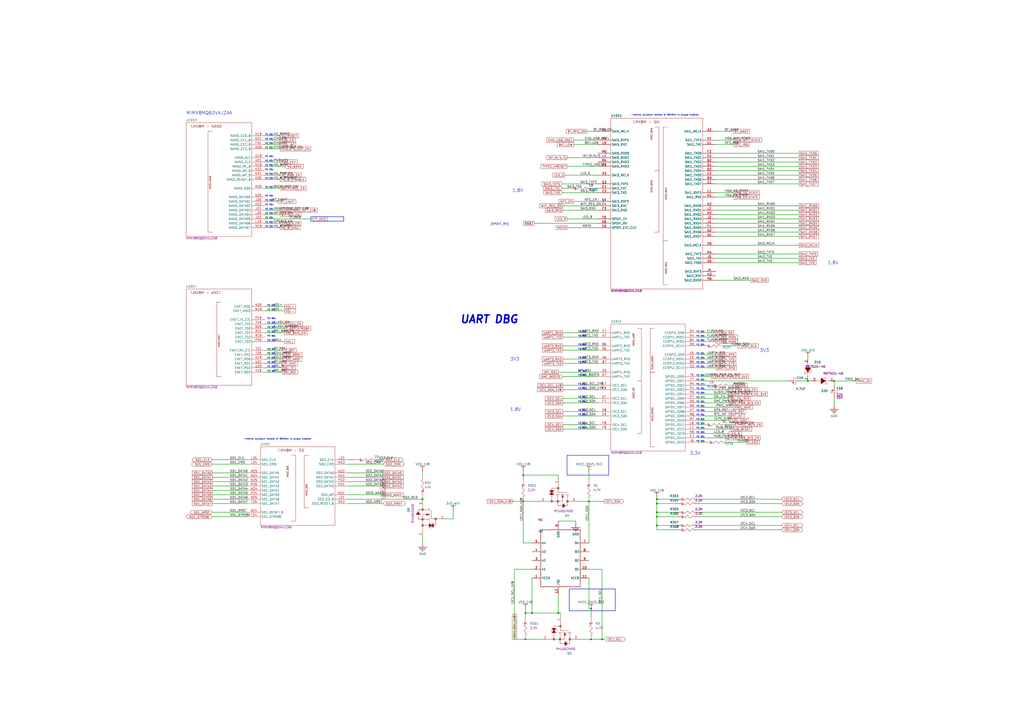
<source format=kicad_sch>
(kicad_sch (version 20241004) (generator "eeschema") (generator_version "8.99")
  (paper "A2")
  (title_block (title "Librem 5 Mainboard") (date "2024-03-21") (rev "v1.0.6") (company "Purism SPC") (comment 1 "GNU GPLv3+") (comment 2 "Copyright"))
  (lib_symbols
    (symbol "C-06_CPU_IO:3V3_WIFI" (power)
      (property "Reference" "#PWR" (at 0 0 0))
      (property "Value" "3V3_WIFI" (at 0 3.81 0))
      (symbol "3V3_WIFI_0_0"
        (pin power_in line (at 0 0 0) (length 0) (hide yes) (name "3V3_WIFI") (number ""))
      )
    )
    (symbol "C-06_CPU_IO:GND" (power)
      (property "Reference" "#PWR" (at 0 0 0))
      (property "Value" "GND" (at 0 6.35 0))
      (symbol "GND_0_0"
        (pin power_in line (at 0 0 0) (length 0) (hide yes) (name "GND") (number ""))
      )
    )
    (symbol "C-06_CPU_IO:NVCC_SNVS_3V3" (power)
      (property "Reference" "#PWR" (at 0 0 0))
      (property "Value" "NVCC_SNVS_3V3" (at 0 3.81 0))
      (symbol "NVCC_SNVS_3V3_0_0"
        (pin power_in line (at 0 0 0) (length 0) (hide yes) (name "NVCC_SNVS_3V3") (number ""))
      )
    )
    (symbol "C-06_CPU_IO:VDD_1V8" (power)
      (property "Reference" "#PWR" (at 0 0 0))
      (property "Value" "VDD_1V8" (at 0 3.81 0))
      (symbol "VDD_1V8_0_0"
        (pin power_in line (at 0 0 0) (length 0) (hide yes) (name "VDD_1V8") (number ""))
      )
    )
    (symbol "C-06_CPU_IO:VDD_3V3" (power)
      (property "Reference" "#PWR" (at 0 0 0))
      (property "Value" "VDD_3V3" (at 0 3.81 0))
      (symbol "VDD_3V3_0_0"
        (pin power_in line (at 0 0 0) (length 0) (hide yes) (name "VDD_3V3") (number ""))
      )
    )
    (symbol "C-06_CPU_IO:root_0_C0402"
      (symbol "root_0_C0402_1_0"
        (pin passive line (at 2.54 5.08 270) (length 2.54) (name "1") (number "1"))
        (pin passive line (at 2.54 -2.54 90) (length 2.54) (name "2") (number "2"))
      )
    )
    (symbol "C-06_CPU_IO:root_0_MIMX8MQ6DVAJZAA_BGA621"
      (symbol "root_0_MIMX8MQ6DVAJZAA_BGA621_1_0"
        (text "i.MX8M - DDR" (at 30.48 164.592 0) (effects (font (size 1.524 1.524)) (justify left bottom)))
        (text "(LPDDR4/DDR4/DDR3)" (at 30.48 153.162 0) (effects (font (size 0.889 0.889)) (justify left bottom)))
        (pin passive line (at -7.62 160.02 0) (length 7.62) (name "DRAM_AC08/CA0_A/A12/A12_/~{_}BC") (number "AD17"))
        (pin passive line (at -7.62 157.48 0) (length 7.62) (name "DRAM_AC09/CA1_A/A11/A11") (number "AE16"))
        (pin passive line (at -7.62 154.94 0) (length 7.62) (name "DRAM_AC10/CA2_A/A7/A7") (number "AD20"))
        (pin passive line (at -7.62 152.4 0) (length 7.62) (name "DRAM_AC11/CA3_A/A8/A8") (number "AE20"))
        (pin passive line (at -7.62 149.86 0) (length 7.62) (name "DRAM_AC12/CA4_A/A6/A6") (number "AD19"))
        (pin passive line (at -7.62 147.32 0) (length 7.62) (name "DRAM_AC13/CA5_A/A5/A5") (number "AE19"))
        (pin passive line (at -7.62 142.24 0) (length 7.62) (name "DRAM_AC02/CS0_A/CS0_N~{/}CS0") (number "AE18"))
        (pin passive line (at -7.62 139.7 0) (length 7.62) (name "DRAM_AC03/CS1_A/C0/") (number "AC18"))
        (pin passive line (at -7.62 134.62 0) (length 7.62) (name "DRAM_AC00/CKE0_A/CKE0/CKE0") (number "AC16"))
        (pin passive line (at -7.62 132.08 0) (length 7.62) (name "DRAM_AC01/CKE1_A/CKE1/CKE1") (number "AE17"))
        (pin passive line (at -7.62 127 0) (length 7.62) (name "DRAM_AC04/CK_T_A/BG0/BA2") (number "AD14"))
        (pin passive line (at -7.62 124.46 0) (length 7.62) (name "DRAM_AC05/CK_C_A/BG1/A14") (number "AE14"))
        (pin passive line (at -7.62 116.84 0) (length 7.62) (name "DRAM_AC14/A4/A4") (number "AB16"))
        (pin passive line (at -7.62 109.22 0) (length 7.62) (name "DRAM_AC32/CA0_B/C2/") (number "AE8"))
        (pin passive line (at -7.62 106.68 0) (length 7.62) (name "DRAM_AC33/CA1_B/CAS_N_/_A15~{/}CAS") (number "AE9"))
        (pin passive line (at -7.62 104.14 0) (length 7.62) (name "DRAM_AC28/CA2_B/A13/A13") (number "AC7"))
        (pin passive line (at -7.62 101.6 0) (length 7.62) (name "DRAM_AC29/CA3_B/BA0/BA0") (number "AE7"))
        (pin passive line (at -7.62 99.06 0) (length 7.62) (name "DRAM_AC30/CA4_B/A10_/_AP/A10_/_AP") (number "AE6"))
        (pin passive line (at -7.62 96.52 0) (length 7.62) (name "DRAM_AC31/CA5_B/A0/A0") (number "AD6"))
        (pin passive line (at -7.62 91.44 0) (length 7.62) (name "DRAM_AC23/CS0_B/") (number "AC9"))
        (pin passive line (at -7.62 88.9 0) (length 7.62) (name "DRAM_AC22/CS1_B/") (number "AD8"))
        (pin passive line (at -7.62 83.82 0) (length 7.62) (name "DRAM_AC20/CKE0_B/CK_T_B/CK_B") (number "AD10"))
        (pin passive line (at -7.62 81.28 0) (length 7.62) (name "DRAM_AC21/CKE1_B/CK_C_B~{/}CK_B") (number "AE10"))
        (pin passive line (at -7.62 76.2 0) (length 7.62) (name "DRAM_AC24/CK_T_B/A2/A2") (number "AD12"))
        (pin passive line (at -7.62 73.66 0) (length 7.62) (name "DRAM_AC25/CK_C_B/A1/A1") (number "AE12"))
        (pin passive line (at -7.62 66.04 0) (length 7.62) (name "DRAM_AC34/WE_N_/_A14~{/}WE") (number "AC10"))
        (pin passive line (at -7.62 55.88 0) (length 7.62) (name "DRAM_AC17/CK_C_A~{/}CK_A") (number "AD15"))
        (pin passive line (at -7.62 53.34 0) (length 7.62) (name "DRAM_AC16/CK_T_A/CK_A") (number "AE15"))
        (pin passive line (at -7.62 50.8 0) (length 7.62) (name "DRAM_AC36/ODT0/ODT0") (number "AC12"))
        (pin passive line (at -7.62 48.26 0) (length 7.62) (name "DRAM_AC37/ODT1/ODT1") (number "AE11"))
        (pin passive line (at -7.62 45.72 0) (length 7.62) (name "DRAM_AC15/A3/A3") (number "AC15"))
        (pin passive line (at -7.62 43.18 0) (length 7.62) (name "DRAM_AC07/A9/A9") (number "AB15"))
        (pin passive line (at -7.62 40.64 0) (length 7.62) (name "DRAM_AC06/ACT_N/A15") (number "AE13"))
        (pin passive line (at -7.62 38.1 0) (length 7.62) (name "DRAM_AC38/CS1_N~{/}CS1") (number "AC11"))
        (pin passive line (at -7.62 35.56 0) (length 7.62) (name "DRAM_AC35/RAS_N_/_A16~{/}RAS") (number "AB10"))
        (pin passive line (at -7.62 33.02 0) (length 7.62) (name "DRAM_AC26/BA1/BA1") (number "AB12"))
        (pin passive line (at -7.62 30.48 0) (length 7.62) (name "DRAM_AC27/PARITY") (number "AA12"))
        (pin passive line (at -7.62 22.86 0) (length 7.62) (name "DRAM_RESET_N/RESET_N/RESET_N~{/}RESET") (number "AB13"))
        (pin passive line (at -7.62 17.78 0) (length 7.62) (name "DRAM_VREF/VREF/VREF/VREF") (number "AA14"))
        (pin passive line (at -7.62 12.7 0) (length 7.62) (name "DRAM_ZN/ZQ/ZQ/ZQ") (number "AA13"))
        (pin passive line (at -7.62 7.62 0) (length 7.62) (name "DRAM_AC19/MTEST/MTEST/MTEST") (number "AB14"))
        (pin passive line (at -7.62 5.08 0) (length 7.62) (name "DRAM_ALERT_N/MTEST1/ALERT_N_/_MTEST1/MTE") (number "AC13"))
        (pin passive line (at 104.14 160.02 180) (length 7.62) (name "DRAM_DQ00/DQ0_A/DQL0_A/DQL0_A") (number "AE23"))
        (pin passive line (at 104.14 157.48 180) (length 7.62) (name "DRAM_DQ01/DQ1_A/DQL1_A/DQL1_A") (number "AD24"))
        (pin passive line (at 104.14 154.94 180) (length 7.62) (name "DRAM_DQ02/DQ2_A/DQL2_A/DQL2_A") (number "AE22"))
        (pin passive line (at 104.14 152.4 180) (length 7.62) (name "DRAM_DQ03/DQ3_A/DQL3_A/DQL3_A") (number "AD22"))
        (pin passive line (at 104.14 149.86 180) (length 7.62) (name "DRAM_DQ04/DQ4_A/DQL4_A/DQL4_A") (number "AA24"))
        (pin passive line (at 104.14 147.32 180) (length 7.62) (name "DRAM_DQ05/DQ5_A/DQL5_A/DQL5_A") (number "Y25"))
        (pin passive line (at 104.14 144.78 180) (length 7.62) (name "DRAM_DQ06/DQ6_A/DQL6_A/DQL6_A") (number "AA25"))
        (pin passive line (at 104.14 142.24 180) (length 7.62) (name "DRAM_DQ07/DQ7_A/DQL7_A/DQL7_A") (number "AB25"))
        (pin passive line (at 104.14 139.7 180) (length 7.62) (name "DRAM_DQ08/DQ08_A/DQU0_A/DQU0_A") (number "AB22"))
        (pin passive line (at 104.14 137.16 180) (length 7.62) (name "DRAM_DQ09/DQ09_A/DQU1_A/DQU1_A") (number "AA22"))
        (pin passive line (at 104.14 134.62 180) (length 7.62) (name "DRAM_DQ10/DQ10_A/DQU2_A/DQU2_A") (number "AA23"))
        (pin passive line (at 104.14 132.08 180) (length 7.62) (name "DRAM_DQ11/DQ11_A/DQU3_A/DQU3_A") (number "AA20"))
        (pin passive line (at 104.14 129.54 180) (length 7.62) (name "DRAM_DQ12/DQ12_A/DQU4_A/DQU4_A") (number "AA18"))
        (pin passive line (at 104.14 127 180) (length 7.62) (name "DRAM_DQ13/DQ13_A/DQU5_A/DQU5_A") (number "AB19"))
        (pin passive line (at 104.14 124.46 180) (length 7.62) (name "DRAM_DQ14/DQ14_A/DQU6_A/DQU6_A") (number "AA19"))
        (pin passive line (at 104.14 121.92 180) (length 7.62) (name "DRAM_DQ15/DQ15_A/DQU7_A/DQU7_A") (number "AA17"))
        (pin passive line (at 104.14 116.84 180) (length 7.62) (name "DRAM_DM0/DMI0_A/DML_N_A_/_DBIL_N_A/DML_A") (number "AD23"))
        (pin passive line (at 104.14 114.3 180) (length 7.62) (name "DRAM_DM1/DMI1_A/DMU_N_A_/_DBIU_N_A/DMU_A") (number "AB20"))
        (pin passive line (at 104.14 109.22 180) (length 7.62) (name "DRAM_DQS0_P/DQS0_T_A/DQSL_T_A/DQSL_A") (number "AC24"))
        (pin passive line (at 104.14 106.68 180) (length 7.62) (name "DRAM_DQS0_N/DQS0_C_A/DQSL_C_A~{/}DQSL_A") (number "AC25"))
        (pin passive line (at 104.14 101.6 180) (length 7.62) (name "DRAM_DQS1_P/DQS1_T_A/DQSU_T_A/DQSU_A") (number "AB21"))
        (pin passive line (at 104.14 99.06 180) (length 7.62) (name "DRAM_DQS1_N/DQS1_C_A/DQSU_C_A~{/}DQSU_A") (number "AC21"))
        (pin passive line (at 104.14 91.44 180) (length 7.62) (name "DRAM_DQ16/DQ0_B/DQL0_B/DQL0_B") (number "AE3"))
        (pin passive line (at 104.14 88.9 180) (length 7.62) (name "DRAM_DQ17/DQ1_B/DQL1_B/DQL1_B") (number "AD2"))
        (pin passive line (at 104.14 86.36 180) (length 7.62) (name "DRAM_DQ18/DQ2_B/DQL2_B/DQL2_B") (number "AE4"))
        (pin passive line (at 104.14 83.82 180) (length 7.62) (name "DRAM_DQ19/DQ3_B/DQL3_B/DQL3_B") (number "AD4"))
        (pin passive line (at 104.14 81.28 180) (length 7.62) (name "DRAM_DQ20/DQ4_B/DQL4_B/DQL4_B") (number "AA2"))
        (pin passive line (at 104.14 78.74 180) (length 7.62) (name "DRAM_DQ21/DQ5_B/DQL5_B/DQL5_B") (number "Y1"))
        (pin passive line (at 104.14 76.2 180) (length 7.62) (name "DRAM_DQ22/DQ6_B/DQL6_B/DQL6_B") (number "AA1"))
        (pin passive line (at 104.14 73.66 180) (length 7.62) (name "DRAM_DQ23/DQ7_B/DQL7_B/DQL7_B") (number "AB1"))
        (pin passive line (at 104.14 71.12 180) (length 7.62) (name "DRAM_DQ24/DQ08_B/DQU0_B/DQU0_B") (number "AB4"))
        (pin passive line (at 104.14 68.58 180) (length 7.62) (name "DRAM_DQ25/DQ09_B/DQU1_B/DQU1_B") (number "AA4"))
        (pin passive line (at 104.14 66.04 180) (length 7.62) (name "DRAM_DQ26/DQ10_B/DQU2_B/DQU2_B") (number "AA3"))
        (pin passive line (at 104.14 63.5 180) (length 7.62) (name "DRAM_DQ27/DQ11_B/DQU3_B/DQU3_B") (number "AA6"))
        (pin passive line (at 104.14 60.96 180) (length 7.62) (name "DRAM_DQ28/DQ12_B/DQU4_B/DQU4_B") (number "AA8"))
        (pin passive line (at 104.14 58.42 180) (length 7.62) (name "DRAM_DQ29/DQ13_B/DQU5_B/DQU5_B") (number "AB7"))
        (pin passive line (at 104.14 55.88 180) (length 7.62) (name "DRAM_DQ30/DQ14_B/DQU6_B/DQU6_B") (number "AA7"))
        (pin passive line (at 104.14 53.34 180) (length 7.62) (name "DRAM_DQ31/DQ15_B/DQU7_B/DQU7_B") (number "AA9"))
        (pin passive line (at 104.14 48.26 180) (length 7.62) (name "DRAM_DM2/DMI0_B/DML_N_B_/_DBIL_N_B/DML_B") (number "AD3"))
        (pin passive line (at 104.14 45.72 180) (length 7.62) (name "DRAM_DM3/DMI1_B/DMU_N_B_/_DBIU_N_B/DMU_B") (number "AB6"))
        (pin passive line (at 104.14 40.64 180) (length 7.62) (name "DRAM_DQS2_P/DQS0_T_B/DQSL_T_B/DQSL_B") (number "AC2"))
        (pin passive line (at 104.14 38.1 180) (length 7.62) (name "DRAM_DQS2_N/DQS0_C_B/DQSL_C_B~{/}DQSL_B") (number "AC1"))
        (pin passive line (at 104.14 33.02 180) (length 7.62) (name "DRAM_DQS3_P/DQS1_T_B/DQSU_T_B/DQSU_B") (number "AB5"))
        (pin passive line (at 104.14 30.48 180) (length 7.62) (name "DRAM_DQS3_N/DQS1_C_B/DQSU_C_B~{/}DQSU_B") (number "AC5"))
      )
      (symbol "root_0_MIMX8MQ6DVAJZAA_BGA621_2_0"
        (text "i.MX8M - USB" (at 5.08 90.932 0) (effects (font (size 1.524 1.524)) (justify left bottom)))
        (text "USB_P0_VDD33" (at 19.558 70.358 900) (effects (font (size 0.889 0.889)) (justify left bottom)))
        (text "USB_P0_VPH" (at 19.558 55.372 900) (effects (font (size 0.889 0.889)) (justify left bottom)))
        (text "USB_P1_VDD33" (at 19.558 22.098 900) (effects (font (size 0.889 0.889)) (justify left bottom)))
        (text "USB_P1_VPH" (at 19.558 7.112 900) (effects (font (size 0.889 0.889)) (justify left bottom)))
        (pin passive line (at 48.26 86.36 180) (length 7.62) (name "USB1_VBUS") (number "D14"))
        (pin passive line (at 48.26 83.82 180) (length 7.62) (name "USB1_DP") (number "A14"))
        (pin passive line (at 48.26 81.28 180) (length 7.62) (name "USB1_DN") (number "B14"))
        (pin passive line (at 48.26 78.74 180) (length 7.62) (name "USB1_ID") (number "C14"))
        (pin passive line (at 48.26 71.12 180) (length 7.62) (name "USB1_TX_P") (number "A13"))
        (pin passive line (at 48.26 68.58 180) (length 7.62) (name "USB1_TX_N") (number "B13"))
        (pin passive line (at 48.26 63.5 180) (length 7.62) (name "USB1_RX_P") (number "A12"))
        (pin passive line (at 48.26 60.96 180) (length 7.62) (name "USB1_RX_N") (number "B12"))
        (pin passive line (at 48.26 55.88 180) (length 7.62) (name "USB1_RESREF") (number "A11"))
        (pin passive line (at 48.26 38.1 180) (length 7.62) (name "USB2_VBUS") (number "D9"))
        (pin passive line (at 48.26 35.56 180) (length 7.62) (name "USB2_DP") (number "A10"))
        (pin passive line (at 48.26 33.02 180) (length 7.62) (name "USB2_DN") (number "B10"))
        (pin passive line (at 48.26 30.48 180) (length 7.62) (name "USB2_ID") (number "C9"))
        (pin passive line (at 48.26 22.86 180) (length 7.62) (name "USB2_TX_P") (number "A9"))
        (pin passive line (at 48.26 20.32 180) (length 7.62) (name "USB2_TX_N") (number "B9"))
        (pin passive line (at 48.26 15.24 180) (length 7.62) (name "USB2_RX_P") (number "A8"))
        (pin passive line (at 48.26 12.7 180) (length 7.62) (name "USB2_RX_N") (number "B8"))
        (pin passive line (at 48.26 7.62 180) (length 7.62) (name "USB2_RESREF") (number "B11"))
      )
      (symbol "root_0_MIMX8MQ6DVAJZAA_BGA621_3_0"
        (text "i.MX8M - PCIe" (at 5.08 62.992 0) (effects (font (size 1.524 1.524)) (justify left bottom)))
        (text "PCIE0_VPH" (at 11.938 42.164 900) (effects (font (size 0.889 0.889)) (justify left bottom)))
        (text "PCIE1_VPH" (at 11.938 14.224 900) (effects (font (size 0.889 0.889)) (justify left bottom)))
        (pin passive line (at 48.26 58.42 180) (length 7.62) (name "PCIE1_TXN_P") (number "J25"))
        (pin passive line (at 48.26 55.88 180) (length 7.62) (name "PCIE1_TXN_N") (number "J24"))
        (pin passive line (at 48.26 50.8 180) (length 7.62) (name "PCIE1_RXN_P") (number "H25"))
        (pin passive line (at 48.26 48.26 180) (length 7.62) (name "PCIE1_RXN_N") (number "H24"))
        (pin passive line (at 48.26 43.18 180) (length 7.62) (name "PCIE1_REF_PAD_CLK_P") (number "K25"))
        (pin passive line (at 48.26 40.64 180) (length 7.62) (name "PCIE1_REF_PAD_CLK_N") (number "K24"))
        (pin passive line (at 48.26 35.56 180) (length 7.62) (name "PCIE1_RESREF") (number "G25"))
        (pin passive line (at 48.26 30.48 180) (length 7.62) (name "PCIE2_TXN_P") (number "E25"))
        (pin passive line (at 48.26 27.94 180) (length 7.62) (name "PCIE2_TXN_N") (number "E24"))
        (pin passive line (at 48.26 22.86 180) (length 7.62) (name "PCIE2_RXN_P") (number "D25"))
        (pin passive line (at 48.26 20.32 180) (length 7.62) (name "PCIE2_RXN_N") (number "D24"))
        (pin passive line (at 48.26 15.24 180) (length 7.62) (name "PCIE2_REF_PAD_CLK_P") (number "F25"))
        (pin passive line (at 48.26 12.7 180) (length 7.62) (name "PCIE2_REF_PAD_CLK_N") (number "F24"))
        (pin passive line (at 48.26 7.62 180) (length 7.62) (name "PCIE2_RESREF") (number "C25"))
      )
      (symbol "root_0_MIMX8MQ6DVAJZAA_BGA621_4_0"
        (text "i.MX8M - DSI" (at 7.62 52.832 0) (effects (font (size 1.524 1.524)) (justify left bottom)))
        (text "DSI_VDDHA" (at 19.558 24.892 900) (effects (font (size 0.889 0.889)) (justify left bottom)))
        (pin passive line (at 48.26 48.26 180) (length 7.62) (name "MIPI_DSI_CLK_P") (number "D16"))
        (pin passive line (at 48.26 45.72 180) (length 7.62) (name "MIPI_DSI_CLK_N") (number "C16"))
        (pin passive line (at 48.26 40.64 180) (length 7.62) (name "MIPI_DSI_D0_P") (number "B17"))
        (pin passive line (at 48.26 38.1 180) (length 7.62) (name "MIPI_DSI_D0_N") (number "A17"))
        (pin passive line (at 48.26 33.02 180) (length 7.62) (name "MIPI_DSI_D1_P") (number "B16"))
        (pin passive line (at 48.26 30.48 180) (length 7.62) (name "MIPI_DSI_D1_N") (number "A16"))
        (pin passive line (at 48.26 25.4 180) (length 7.62) (name "MIPI_DSI_D2_P") (number "B18"))
        (pin passive line (at 48.26 22.86 180) (length 7.62) (name "MIPI_DSI_D2_N") (number "A18"))
        (pin passive line (at 48.26 17.78 180) (length 7.62) (name "MIPI_DSI_D3_P") (number "B15"))
        (pin passive line (at 48.26 15.24 180) (length 7.62) (name "MIPI_DSI_D3_N") (number "A15"))
        (pin passive line (at 48.26 10.16 180) (length 7.62) (name "MIPI_DSI_REXT") (number "C17"))
      )
      (symbol "root_0_MIMX8MQ6DVAJZAA_BGA621_5_0"
        (text "i.MX8M - CSI" (at 7.62 85.852 0) (effects (font (size 1.524 1.524)) (justify left bottom)))
        (text "CSI_P1_VDDHA" (at 17.018 52.578 900) (effects (font (size 0.889 0.889)) (justify left bottom)))
        (text "CSI_P2_VDDHA" (at 17.018 9.398 900) (effects (font (size 0.889 0.889)) (justify left bottom)))
        (pin passive line (at 48.26 81.28 180) (length 7.62) (name "MIPI_CSI1_CLK_P") (number "B22"))
        (pin passive line (at 48.26 78.74 180) (length 7.62) (name "MIPI_CSI1_CLK_N") (number "A22"))
        (pin passive line (at 48.26 73.66 180) (length 7.62) (name "MIPI_CSI1_D0_P") (number "B23"))
        (pin passive line (at 48.26 71.12 180) (length 7.62) (name "MIPI_CSI1_D0_N") (number "A23"))
        (pin passive line (at 48.26 66.04 180) (length 7.62) (name "MIPI_CSI1_D1_P") (number "D22"))
        (pin passive line (at 48.26 63.5 180) (length 7.62) (name "MIPI_CSI1_D1_N") (number "C22"))
        (pin passive line (at 48.26 58.42 180) (length 7.62) (name "MIPI_CSI1_D2_P") (number "C23"))
        (pin passive line (at 48.26 55.88 180) (length 7.62) (name "MIPI_CSI1_D2_N") (number "B24"))
        (pin passive line (at 48.26 50.8 180) (length 7.62) (name "MIPI_CSI1_D3_P") (number "D21"))
        (pin passive line (at 48.26 48.26 180) (length 7.62) (name "MIPI_CSI1_D3_N") (number "C21"))
        (pin passive line (at 48.26 38.1 180) (length 7.62) (name "MIPI_CSI2_CLK_P") (number "B19"))
        (pin passive line (at 48.26 35.56 180) (length 7.62) (name "MIPI_CSI2_CLK_N") (number "A19"))
        (pin passive line (at 48.26 30.48 180) (length 7.62) (name "MIPI_CSI2_D0_P") (number "D20"))
        (pin passive line (at 48.26 27.94 180) (length 7.62) (name "MIPI_CSI2_D0_N") (number "C20"))
        (pin passive line (at 48.26 22.86 180) (length 7.62) (name "MIPI_CSI2_D1_P") (number "B20"))
        (pin passive line (at 48.26 20.32 180) (length 7.62) (name "MIPI_CSI2_D1_N") (number "A20"))
        (pin passive line (at 48.26 15.24 180) (length 7.62) (name "MIPI_CSI2_D2_P") (number "B21"))
        (pin passive line (at 48.26 12.7 180) (length 7.62) (name "MIPI_CSI2_D2_N") (number "A21"))
        (pin passive line (at 48.26 7.62 180) (length 7.62) (name "MIPI_CSI2_D3_P") (number "D19"))
        (pin passive line (at 48.26 5.08 180) (length 7.62) (name "MIPI_CSI2_D3_N") (number "C19"))
      )
      (symbol "root_0_MIMX8MQ6DVAJZAA_BGA621_6_0"
        (text "i.MX8M - HDMI" (at 2.54 75.692 0) (effects (font (size 1.524 1.524)) (justify left bottom)))
        (text "HDMI_AVDDIO" (at 17.018 34.798 900) (effects (font (size 0.889 0.889)) (justify left bottom)))
        (pin passive line (at 48.26 71.12 180) (length 7.62) (name "HDMI_DDC_SCL") (number "R3"))
        (pin passive line (at 48.26 68.58 180) (length 7.62) (name "HDMI_DDC_SDA") (number "P3"))
        (pin passive line (at 48.26 63.5 180) (length 7.62) (name "HDMI_HPD") (number "W2"))
        (pin passive line (at 48.26 58.42 180) (length 7.62) (name "HDMI_CEC") (number "W3"))
        (pin passive line (at 48.26 50.8 180) (length 7.62) (name "HDMI_REFCLK_P") (number "R2"))
        (pin passive line (at 48.26 48.26 180) (length 7.62) (name "HDMI_REFCLK_N") (number "R1"))
        (pin passive line (at 48.26 43.18 180) (length 7.62) (name "HDMI_TX_M_LN_0") (number "T2"))
        (pin passive line (at 48.26 40.64 180) (length 7.62) (name "HDMI_TX_P_LN_0") (number "T1"))
        (pin passive line (at 48.26 35.56 180) (length 7.62) (name "HDMI_TX_M_LN_1") (number "U1"))
        (pin passive line (at 48.26 33.02 180) (length 7.62) (name "HDMI_TX_P_LN_1") (number "U2"))
        (pin passive line (at 48.26 27.94 180) (length 7.62) (name "HDMI_TX_M_LN_2") (number "N1"))
        (pin passive line (at 48.26 25.4 180) (length 7.62) (name "HDMI_TX_P_LN_2") (number "N2"))
        (pin passive line (at 48.26 20.32 180) (length 7.62) (name "HDMI_TX_M_LN_3") (number "M2"))
        (pin passive line (at 48.26 17.78 180) (length 7.62) (name "HDMI_TX_P_LN_3") (number "M1"))
        (pin passive line (at 48.26 12.7 180) (length 7.62) (name "HDMI_AUX_P") (number "V1"))
        (pin passive line (at 48.26 10.16 180) (length 7.62) (name "HDMI_AUX_N") (number "V2"))
        (pin passive line (at 48.26 5.08 180) (length 7.62) (name "HDMI_REXT") (number "P1"))
      )
      (symbol "root_0_MIMX8MQ6DVAJZAA_BGA621_7_0"
        (text "i.MX8M - SAI" (at 12.7 96.012 0) (effects (font (size 1.524 1.524)) (justify left bottom)))
        (text "NVCC_SAI5" (at 24.13 86.36 900) (effects (font (size 0.889 0.889)) (justify left bottom)))
        (text "NVCC_SAI3" (at 24.13 55.88 900) (effects (font (size 0.889 0.889)) (justify left bottom)))
        (text "NVCC_SAI1" (at 32.512 51.816 900) (effects (font (size 0.889 0.889)) (justify left bottom)))
        (text "NVCC_SAI2" (at 32.512 8.636 900) (effects (font (size 0.889 0.889)) (justify left bottom)))
        (pin passive line (at -7.62 91.44 0) (length 7.62) (name "SAI5_MCLK") (number "K4"))
        (pin passive line (at -7.62 86.36 0) (length 7.62) (name "SAI5_RXFS") (number "N4"))
        (pin passive line (at -7.62 83.82 0) (length 7.62) (name "SAI5_RXC") (number "L5"))
        (pin passive line (at -7.62 78.74 0) (length 7.62) (name "SAI5_RXD0") (number "M5"))
        (pin passive line (at -7.62 76.2 0) (length 7.62) (name "SAI5_RXD1") (number "L4"))
        (pin passive line (at -7.62 73.66 0) (length 7.62) (name "SAI5_RXD2") (number "M4"))
        (pin passive line (at -7.62 71.12 0) (length 7.62) (name "SAI5_RXD3") (number "K5"))
        (pin passive line (at -7.62 66.04 0) (length 7.62) (name "SAI3_MCLK") (number "D3"))
        (pin passive line (at -7.62 60.96 0) (length 7.62) (name "SAI3_TXFS") (number "G3"))
        (pin passive line (at -7.62 58.42 0) (length 7.62) (name "SAI3_TXC") (number "C4"))
        (pin passive line (at -7.62 55.88 0) (length 7.62) (name "SAI3_TXD") (number "C3"))
        (pin passive line (at -7.62 50.8 0) (length 7.62) (name "SAI3_RXFS") (number "G4"))
        (pin passive line (at -7.62 48.26 0) (length 7.62) (name "SAI3_RXC") (number "F4"))
        (pin passive line (at -7.62 45.72 0) (length 7.62) (name "SAI3_RXD") (number "F3"))
        (pin passive line (at -7.62 40.64 0) (length 7.62) (name "SPDIF_TX") (number "F6"))
        (pin passive line (at -7.62 38.1 0) (length 7.62) (name "SPDIF_RX") (number "G6"))
        (pin passive line (at -7.62 35.56 0) (length 7.62) (name "SPDIF_EXT_CLK") (number "E6"))
        (pin passive line (at 60.96 91.44 180) (length 7.62) (name "SAI1_MCLK") (number "A3"))
        (pin passive line (at 60.96 86.36 180) (length 7.62) (name "SAI1_TXFS") (number "H1"))
        (pin passive line (at 60.96 83.82 180) (length 7.62) (name "SAI1_TXC") (number "E1"))
        (pin passive line (at 60.96 78.74 180) (length 7.62) (name "SAI1_TXD0") (number "F2"))
        (pin passive line (at 60.96 76.2 180) (length 7.62) (name "SAI1_TXD1") (number "E2"))
        (pin passive line (at 60.96 73.66 180) (length 7.62) (name "SAI1_TXD2") (number "B2"))
        (pin passive line (at 60.96 71.12 180) (length 7.62) (name "SAI1_TXD3") (number "D1"))
        (pin passive line (at 60.96 68.58 180) (length 7.62) (name "SAI1_TXD4") (number "D2"))
        (pin passive line (at 60.96 66.04 180) (length 7.62) (name "SAI1_TXD5") (number "C2"))
        (pin passive line (at 60.96 63.5 180) (length 7.62) (name "SAI1_TXD6") (number "B3"))
        (pin passive line (at 60.96 60.96 180) (length 7.62) (name "SAI1_TXD7") (number "C1"))
        (pin passive line (at 60.96 55.88 180) (length 7.62) (name "SAI1_RXFS") (number "L1"))
        (pin passive line (at 60.96 53.34 180) (length 7.62) (name "SAI1_RXC") (number "K1"))
        (pin passive line (at 60.96 48.26 180) (length 7.62) (name "SAI1_RXD0") (number "K2"))
        (pin passive line (at 60.96 45.72 180) (length 7.62) (name "SAI1_RXD1") (number "L2"))
        (pin passive line (at 60.96 43.18 180) (length 7.62) (name "SAI1_RXD2") (number "H2"))
        (pin passive line (at 60.96 40.64 180) (length 7.62) (name "SAI1_RXD3") (number "J2"))
        (pin passive line (at 60.96 38.1 180) (length 7.62) (name "SAI1_RXD4") (number "J1"))
        (pin passive line (at 60.96 35.56 180) (length 7.62) (name "SAI1_RXD5") (number "F1"))
        (pin passive line (at 60.96 33.02 180) (length 7.62) (name "SAI1_RXD6") (number "G2"))
        (pin passive line (at 60.96 30.48 180) (length 7.62) (name "SAI1_RXD7") (number "G1"))
        (pin passive line (at 60.96 25.4 180) (length 7.62) (name "SAI2_MCLK") (number "H5"))
        (pin passive line (at 60.96 20.32 180) (length 7.62) (name "SAI2_TXFS") (number "H4"))
        (pin passive line (at 60.96 17.78 180) (length 7.62) (name "SAI2_TXC") (number "J5"))
        (pin passive line (at 60.96 15.24 180) (length 7.62) (name "SAI2_TXD0") (number "G5"))
        (pin passive line (at 60.96 10.16 180) (length 7.62) (name "SAI2_RXFS") (number "J4"))
        (pin passive line (at 60.96 7.62 180) (length 7.62) (name "SAI2_RXC") (number "H3"))
        (pin passive line (at 60.96 5.08 180) (length 7.62) (name "SAI2_RXD0") (number "H6"))
      )
      (symbol "root_0_MIMX8MQ6DVAJZAA_BGA621_8_0"
        (text "i.MX8M - NAND" (at 2.54 62.992 0) (effects (font (size 1.524 1.524)) (justify left bottom)))
        (text "NVCC_NAND" (at 14.478 27.432 900) (effects (font (size 0.889 0.889)) (justify left bottom)))
        (pin passive line (at 45.72 58.42 180) (length 7.62) (name "NAND_CE0_B") (number "H19"))
        (pin passive line (at 45.72 55.88 180) (length 7.62) (name "NAND_CE1_B") (number "G21"))
        (pin passive line (at 45.72 53.34 180) (length 7.62) (name "NAND_CE2_B") (number "F21"))
        (pin passive line (at 45.72 50.8 180) (length 7.62) (name "NAND_CE3_B") (number "H20"))
        (pin passive line (at 45.72 45.72 180) (length 7.62) (name "NAND_ALE") (number "G19"))
        (pin passive line (at 45.72 43.18 180) (length 7.62) (name "NAND_CLE") (number "H21"))
        (pin passive line (at 45.72 40.64 180) (length 7.62) (name "NAND_RE_B") (number "K19"))
        (pin passive line (at 45.72 38.1 180) (length 7.62) (name "NAND_WE_B") (number "K22"))
        (pin passive line (at 45.72 35.56 180) (length 7.62) (name "NAND_WP_B") (number "K21"))
        (pin passive line (at 45.72 33.02 180) (length 7.62) (name "NAND_READY_B") (number "K20"))
        (pin passive line (at 45.72 27.94 180) (length 7.62) (name "NAND_DQS") (number "M20"))
        (pin passive line (at 45.72 22.86 180) (length 7.62) (name "NAND_DATA00") (number "G20"))
        (pin passive line (at 45.72 20.32 180) (length 7.62) (name "NAND_DATA01") (number "J20"))
        (pin passive line (at 45.72 17.78 180) (length 7.62) (name "NAND_DATA02") (number "H22"))
        (pin passive line (at 45.72 15.24 180) (length 7.62) (name "NAND_DATA03") (number "J21"))
        (pin passive line (at 45.72 12.7 180) (length 7.62) (name "NAND_DATA04") (number "L20"))
        (pin passive line (at 45.72 10.16 180) (length 7.62) (name "NAND_DATA05") (number "J22"))
        (pin passive line (at 45.72 7.62 180) (length 7.62) (name "NAND_DATA06") (number "L19"))
        (pin passive line (at 45.72 5.08 180) (length 7.62) (name "NAND_DATA07") (number "M19"))
      )
      (symbol "root_0_MIMX8MQ6DVAJZAA_BGA621_9_0"
        (text "i.MX8M - SD" (at 10.16 42.672 0) (effects (font (size 1.524 1.524)) (justify left bottom)))
        (text "NVCC_SD1" (at 16.256 27.94 900) (effects (font (size 0.889 0.889)) (justify left bottom)))
        (text "NVCC_SD2" (at 27.178 17.272 900) (effects (font (size 0.889 0.889)) (justify left bottom)))
        (pin passive line (at -7.62 38.1 0) (length 7.62) (name "SD1_CLK") (number "L25"))
        (pin passive line (at -7.62 35.56 0) (length 7.62) (name "SD1_CMD") (number "L24"))
        (pin passive line (at -7.62 30.48 0) (length 7.62) (name "SD1_DATA0") (number "M25"))
        (pin passive line (at -7.62 27.94 0) (length 7.62) (name "SD1_DATA1") (number "M24"))
        (pin passive line (at -7.62 25.4 0) (length 7.62) (name "SD1_DATA2") (number "N25"))
        (pin passive line (at -7.62 22.86 0) (length 7.62) (name "SD1_DATA3") (number "P25"))
        (pin passive line (at -7.62 20.32 0) (length 7.62) (name "SD1_DATA4") (number "N24"))
        (pin passive line (at -7.62 17.78 0) (length 7.62) (name "SD1_DATA5") (number "P24"))
        (pin passive line (at -7.62 15.24 0) (length 7.62) (name "SD1_DATA6") (number "R25"))
        (pin passive line (at -7.62 12.7 0) (length 7.62) (name "SD1_DATA7") (number "T25"))
        (pin passive line (at -7.62 7.62 0) (length 7.62) (name "SD1_RESET_B") (number "R24"))
        (pin passive line (at -7.62 5.08 0) (length 7.62) (name "SD1_STROBE") (number "T24"))
        (pin passive line (at 50.8 38.1 180) (length 7.62) (name "SD2_CLK") (number "L22"))
        (pin passive line (at 50.8 35.56 180) (length 7.62) (name "SD2_CMD") (number "M22"))
        (pin passive line (at 50.8 30.48 180) (length 7.62) (name "SD2_DATA0") (number "N22"))
        (pin passive line (at 50.8 27.94 180) (length 7.62) (name "SD2_DATA1") (number "N21"))
        (pin passive line (at 50.8 25.4 180) (length 7.62) (name "SD2_DATA2") (number "P22"))
        (pin passive line (at 50.8 22.86 180) (length 7.62) (name "SD2_DATA3") (number "P21"))
        (pin passive line (at 50.8 17.78 180) (length 7.62) (name "SD2_WP") (number "M21"))
        (pin passive line (at 50.8 15.24 180) (length 7.62) (name "SD2_CD_B") (number "L21"))
        (pin passive line (at 50.8 12.7 180) (length 7.62) (name "SD2_RESET_B") (number "R22"))
      )
      (symbol "root_0_MIMX8MQ6DVAJZAA_BGA621_10_0"
        (text "i.MX8M - eNET" (at 2.54 52.832 0) (effects (font (size 1.524 1.524)) (justify left bottom)))
        (text "NVCC_ENET" (at 19.558 22.098 900) (effects (font (size 0.889 0.889)) (justify left bottom)))
        (pin passive line (at 45.72 45.72 180) (length 7.62) (name "ENET_MDC") (number "N20"))
        (pin passive line (at 45.72 43.18 180) (length 7.62) (name "ENET_MDIO") (number "N19"))
        (pin passive line (at 45.72 38.1 180) (length 7.62) (name "ENET_TX_CTL") (number "P19"))
        (pin passive line (at 45.72 35.56 180) (length 7.62) (name "ENET_TXC") (number "T19"))
        (pin passive line (at 45.72 33.02 180) (length 7.62) (name "ENET_TD0") (number "R20"))
        (pin passive line (at 45.72 30.48 180) (length 7.62) (name "ENET_TD1") (number "R21"))
        (pin passive line (at 45.72 27.94 180) (length 7.62) (name "ENET_TD2") (number "R19"))
        (pin passive line (at 45.72 25.4 180) (length 7.62) (name "ENET_TD3") (number "P20"))
        (pin passive line (at 45.72 20.32 180) (length 7.62) (name "ENET_RX_CTL") (number "T21"))
        (pin passive line (at 45.72 17.78 180) (length 7.62) (name "ENET_RXC") (number "T20"))
        (pin passive line (at 45.72 15.24 180) (length 7.62) (name "ENET_RD0") (number "U19"))
        (pin passive line (at 45.72 12.7 180) (length 7.62) (name "ENET_RD1") (number "U21"))
        (pin passive line (at 45.72 10.16 180) (length 7.62) (name "ENET_RD2") (number "U20"))
        (pin passive line (at 45.72 7.62 180) (length 7.62) (name "ENET_RD3") (number "V19"))
      )
      (symbol "root_0_MIMX8MQ6DVAJZAA_BGA621_11_0"
        (text "NVCC_UART" (at 13.716 60.96 900) (effects (font (size 0.889 0.889)) (justify left bottom)))
        (text "NVCC_I2C" (at 13.716 30.48 900) (effects (font (size 0.889 0.889)) (justify left bottom)))
        (text "NVCC_ECSPI" (at 24.638 47.244 900) (effects (font (size 0.889 0.889)) (justify left bottom)))
        (text "NVCC_GPIO1" (at 24.638 17.272 900) (effects (font (size 0.889 0.889)) (justify left bottom)))
        (pin passive line (at -7.62 68.58 0) (length 7.62) (name "UART1_RXD") (number "C7"))
        (pin passive line (at -7.62 66.04 0) (length 7.62) (name "UART1_TXD") (number "A7"))
        (pin passive line (at -7.62 60.96 0) (length 7.62) (name "UART2_RXD") (number "B6"))
        (pin passive line (at -7.62 58.42 0) (length 7.62) (name "UART2_TXD") (number "D6"))
        (pin passive line (at -7.62 53.34 0) (length 7.62) (name "UART3_RXD") (number "A6"))
        (pin passive line (at -7.62 50.8 0) (length 7.62) (name "UART3_TXD") (number "B7"))
        (pin passive line (at -7.62 45.72 0) (length 7.62) (name "UART4_RXD") (number "C6"))
        (pin passive line (at -7.62 43.18 0) (length 7.62) (name "UART4_TXD") (number "D7"))
        (pin passive line (at -7.62 38.1 0) (length 7.62) (name "I2C1_SCL") (number "E7"))
        (pin passive line (at -7.62 35.56 0) (length 7.62) (name "I2C1_SDA") (number "E8"))
        (pin passive line (at -7.62 30.48 0) (length 7.62) (name "I2C2_SCL") (number "G7"))
        (pin passive line (at -7.62 27.94 0) (length 7.62) (name "I2C2_SDA") (number "F7"))
        (pin passive line (at -7.62 22.86 0) (length 7.62) (name "I2C3_SCL") (number "G8"))
        (pin passive line (at -7.62 20.32 0) (length 7.62) (name "I2C3_SDA") (number "E9"))
        (pin passive line (at -7.62 15.24 0) (length 7.62) (name "I2C4_SCL") (number "F8"))
        (pin passive line (at -7.62 12.7 0) (length 7.62) (name "I2C4_SDA") (number "F9"))
        (pin passive line (at 50.8 68.58 180) (length 7.62) (name "ECSPI1_SS0") (number "D4"))
        (pin passive line (at 50.8 66.04 180) (length 7.62) (name "ECSPI1_MOSI") (number "A4"))
        (pin passive line (at 50.8 63.5 180) (length 7.62) (name "ECSPI1_MISO") (number "B4"))
        (pin passive line (at 50.8 60.96 180) (length 7.62) (name "ECSPI1_SCLK") (number "D5"))
        (pin passive line (at 50.8 55.88 180) (length 7.62) (name "ECSPI2_SS0") (number "A5"))
        (pin passive line (at 50.8 53.34 180) (length 7.62) (name "ECSPI2_MOSI") (number "E5"))
        (pin passive line (at 50.8 50.8 180) (length 7.62) (name "ECSPI2_MISO") (number "B5"))
        (pin passive line (at 50.8 48.26 180) (length 7.62) (name "ECSPI2_SCLK") (number "C5"))
        (pin passive line (at 50.8 43.18 180) (length 7.62) (name "GPIO1_IO00") (number "T6"))
        (pin passive line (at 50.8 40.64 180) (length 7.62) (name "GPIO1_IO01") (number "T7"))
        (pin passive line (at 50.8 38.1 180) (length 7.62) (name "GPIO1_IO02") (number "R4"))
        (pin passive line (at 50.8 35.56 180) (length 7.62) (name "GPIO1_IO03") (number "P4"))
        (pin passive line (at 50.8 33.02 180) (length 7.62) (name "GPIO1_IO04") (number "P5"))
        (pin passive line (at 50.8 30.48 180) (length 7.62) (name "GPIO1_IO05") (number "P7"))
        (pin passive line (at 50.8 27.94 180) (length 7.62) (name "GPIO1_IO06") (number "N5"))
        (pin passive line (at 50.8 25.4 180) (length 7.62) (name "GPIO1_IO07") (number "N6"))
        (pin passive line (at 50.8 22.86 180) (length 7.62) (name "GPIO1_IO08") (number "N7"))
        (pin passive line (at 50.8 20.32 180) (length 7.62) (name "GPIO1_IO09") (number "M6"))
        (pin passive line (at 50.8 17.78 180) (length 7.62) (name "GPIO1_IO10") (number "M7"))
        (pin passive line (at 50.8 15.24 180) (length 7.62) (name "GPIO1_IO11") (number "L6"))
        (pin passive line (at 50.8 12.7 180) (length 7.62) (name "GPIO1_IO12") (number "L7"))
        (pin passive line (at 50.8 10.16 180) (length 7.62) (name "GPIO1_IO13") (number "K6"))
        (pin passive line (at 50.8 7.62 180) (length 7.62) (name "GPIO1_IO14") (number "K7"))
        (pin passive line (at 50.8 5.08 180) (length 7.62) (name "GPIO1_IO15") (number "J6"))
      )
      (symbol "root_0_MIMX8MQ6DVAJZAA_BGA621_12_0"
        (text "i.MX8M - MISC" (at 10.16 62.992 0) (effects (font (size 1.524 1.524)) (justify left bottom)))
        (text "NVCC_SNVS" (at 24.638 40.132 900) (effects (font (size 0.889 0.889)) (justify left bottom)))
        (text "VDDA" (at 25.4 13.462 0) (effects (font (size 0.889 0.889)) (justify left bottom)))
        (text "NVCC_JTAG" (at 32.258 40.132 900) (effects (font (size 0.889 0.889)) (justify left bottom)))
        (pin passive line (at -7.62 58.42 0) (length 7.62) (name "ONOFF") (number "W21"))
        (pin passive line (at -7.62 53.34 0) (length 7.62) (name "POR_B") (number "W20"))
        (pin passive line (at -7.62 48.26 0) (length 7.62) (name "PMIC_STBY_REQ") (number "V21"))
        (pin passive line (at -7.62 45.72 0) (length 7.62) (name "PMIC_ON_REQ") (number "V20"))
        (pin passive line (at -7.62 35.56 0) (length 7.62) (name "RTC") (number "V22"))
        (pin passive line (at -7.62 33.02 0) (length 7.62) (name "RTC_RESET_B") (number "W19"))
        (pin passive line (at -7.62 20.32 0) (length 7.62) (name "XTALI_25M") (number "U25"))
        (pin passive line (at -7.62 17.78 0) (length 7.62) (name "XTALO_25M") (number "U24"))
        (pin passive line (at -7.62 10.16 0) (length 7.62) (name "XTALI_27M") (number "V25"))
        (pin passive line (at -7.62 7.62 0) (length 7.62) (name "XTALO_27M") (number "V24"))
        (pin passive line (at 60.96 58.42 180) (length 7.62) (name "BOOT_MODE0") (number "W6"))
        (pin passive line (at 60.96 55.88 180) (length 7.62) (name "BOOT_MODE1") (number "V6"))
        (pin passive line (at 60.96 50.8 180) (length 7.62) (name "TEST_MODE") (number "V7"))
        (pin passive line (at 60.96 45.72 180) (length 7.62) (name "JTAG_TCK") (number "T5"))
        (pin passive line (at 60.96 43.18 180) (length 7.62) (name "JTAG_TMS") (number "V5"))
        (pin passive line (at 60.96 40.64 180) (length 7.62) (name "JTAG_TDI") (number "W5"))
        (pin passive line (at 60.96 38.1 180) (length 7.62) (name "JTAG_TDO") (number "U5"))
        (pin passive line (at 60.96 35.56 180) (length 7.62) (name "JTAG_TRST_B") (number "U6"))
        (pin passive line (at 60.96 33.02 180) (length 7.62) (name "JTAG_MOD") (number "U7"))
        (pin passive line (at 60.96 25.4 180) (length 7.62) (name "CLK1_P") (number "R23"))
        (pin passive line (at 60.96 22.86 180) (length 7.62) (name "CLK1_N") (number "T23"))
        (pin passive line (at 60.96 17.78 180) (length 7.62) (name "CLK2_P") (number "T22"))
        (pin passive line (at 60.96 15.24 180) (length 7.62) (name "CLK2_N") (number "U22"))
      )
      (symbol "root_0_MIMX8MQ6DVAJZAA_BGA621_13_0"
        (pin power_in line (at -7.62 292.1 0) (length 7.62) (name "NVCC_SNVS") (number "W18"))
        (pin power_in line (at -7.62 289.56 0) (length 7.62) (name "VDD_SNVS") (number "R18"))
        (pin power_in line (at -7.62 284.48 0) (length 7.62) (name "VDD_SOC1") (number "R8"))
        (pin power_in line (at -7.62 281.94 0) (length 7.62) (name "VDD_SOC2") (number "R9"))
        (pin power_in line (at -7.62 279.4 0) (length 7.62) (name "VDD_SOC3") (number "R10"))
        (pin power_in line (at -7.62 276.86 0) (length 7.62) (name "VDD_SOC4") (number "R11"))
        (pin power_in line (at -7.62 274.32 0) (length 7.62) (name "VDD_SOC5") (number "R12"))
        (pin power_in line (at -7.62 271.78 0) (length 7.62) (name "VDD_SOC6") (number "R13"))
        (pin power_in line (at -7.62 269.24 0) (length 7.62) (name "VDD_SOC7") (number "R14"))
        (pin power_in line (at -7.62 266.7 0) (length 7.62) (name "VDD_SOC8") (number "R15"))
        (pin power_in line (at -7.62 264.16 0) (length 7.62) (name "VDD_SOC9") (number "R16"))
        (pin power_in line (at -7.62 261.62 0) (length 7.62) (name "VDD_SOC10") (number "T8"))
        (pin power_in line (at -7.62 259.08 0) (length 7.62) (name "VDD_SOC11") (number "K12"))
        (pin power_in line (at -7.62 256.54 0) (length 7.62) (name "VDD_SOC12") (number "L12"))
        (pin power_in line (at -7.62 254 0) (length 7.62) (name "VDD_SOC13") (number "M12"))
        (pin power_in line (at -7.62 251.46 0) (length 7.62) (name "VDD_SOC14") (number "P16"))
        (pin power_in line (at -7.62 248.92 0) (length 7.62) (name "VDD_SOC15") (number "P12"))
        (pin power_in line (at -7.62 246.38 0) (length 7.62) (name "VDD_SOC16") (number "P15"))
        (pin power_in line (at -7.62 243.84 0) (length 7.62) (name "VDD_SOC17") (number "L13"))
        (pin power_in line (at -7.62 241.3 0) (length 7.62) (name "VDD_SOC18") (number "M13"))
        (pin power_in line (at -7.62 238.76 0) (length 7.62) (name "VDD_SOC19") (number "N13"))
        (pin power_in line (at -7.62 236.22 0) (length 7.62) (name "VDD_SOC20") (number "P13"))
        (pin power_in line (at -7.62 233.68 0) (length 7.62) (name "VDD_SOC21") (number "T17"))
        (pin power_in line (at -7.62 228.6 0) (length 7.62) (name "VDDA_0P9") (number "V18"))
        (pin power_in line (at -7.62 220.98 0) (length 7.62) (name "VDD_ARM1") (number "G15"))
        (pin power_in line (at -7.62 218.44 0) (length 7.62) (name "VDD_ARM2") (number "H15"))
        (pin power_in line (at -7.62 215.9 0) (length 7.62) (name "VDD_ARM3") (number "J15"))
        (pin power_in line (at -7.62 213.36 0) (length 7.62) (name "VDD_ARM4") (number "K15"))
        (pin power_in line (at -7.62 210.82 0) (length 7.62) (name "VDD_ARM5") (number "L15"))
        (pin power_in line (at -7.62 208.28 0) (length 7.62) (name "VDD_ARM6") (number "M15"))
        (pin power_in line (at -7.62 205.74 0) (length 7.62) (name "VDD_ARM7") (number "G16"))
        (pin power_in line (at -7.62 203.2 0) (length 7.62) (name "VDD_ARM8") (number "H16"))
        (pin power_in line (at -7.62 200.66 0) (length 7.62) (name "VDD_ARM9") (number "J16"))
        (pin power_in line (at -7.62 198.12 0) (length 7.62) (name "VDD_ARM10") (number "K16"))
        (pin power_in line (at -7.62 195.58 0) (length 7.62) (name "VDD_ARM11") (number "L16"))
        (pin power_in line (at -7.62 193.04 0) (length 7.62) (name "VDD_ARM12") (number "M16"))
        (pin power_in line (at -7.62 190.5 0) (length 7.62) (name "VDD_ARM13") (number "G14"))
        (pin power_in line (at -7.62 187.96 0) (length 7.62) (name "VDD_ARM14") (number "H14"))
        (pin power_in line (at -7.62 180.34 0) (length 7.62) (name "VDD_VPU1") (number "N8"))
        (pin power_in line (at -7.62 177.8 0) (length 7.62) (name "VDD_VPU2") (number "N9"))
        (pin power_in line (at -7.62 175.26 0) (length 7.62) (name "VDD_VPU3") (number "N10"))
        (pin power_in line (at -7.62 172.72 0) (length 7.62) (name "VDD_VPU4") (number "P9"))
        (pin power_in line (at -7.62 170.18 0) (length 7.62) (name "VDD_VPU5") (number "P10"))
        (pin power_in line (at -7.62 165.1 0) (length 7.62) (name "VDD_GPU1") (number "J9"))
        (pin power_in line (at -7.62 162.56 0) (length 7.62) (name "VDD_GPU2") (number "K9"))
        (pin power_in line (at -7.62 160.02 0) (length 7.62) (name "VDD_GPU3") (number "L9"))
        (pin power_in line (at -7.62 157.48 0) (length 7.62) (name "VDD_GPU4") (number "M9"))
        (pin power_in line (at -7.62 154.94 0) (length 7.62) (name "VDD_GPU5") (number "J10"))
        (pin power_in line (at -7.62 152.4 0) (length 7.62) (name "VDD_GPU6") (number "K10"))
        (pin power_in line (at -7.62 149.86 0) (length 7.62) (name "VDD_GPU7") (number "L10"))
        (pin power_in line (at -7.62 147.32 0) (length 7.62) (name "VDD_GPU8") (number "M10"))
        (pin power_in line (at -7.62 139.7 0) (length 7.62) (name "VDD_DRAM1") (number "V9"))
        (pin power_in line (at -7.62 137.16 0) (length 7.62) (name "VDD_DRAM2") (number "V15"))
        (pin power_in line (at -7.62 134.62 0) (length 7.62) (name "VDD_DRAM3") (number "V14"))
        (pin power_in line (at -7.62 132.08 0) (length 7.62) (name "VDD_DRAM4") (number "V13"))
        (pin power_in line (at -7.62 129.54 0) (length 7.62) (name "VDD_DRAM5") (number "V12"))
        (pin power_in line (at -7.62 127 0) (length 7.62) (name "VDD_DRAM6") (number "V11"))
        (pin power_in line (at -7.62 124.46 0) (length 7.62) (name "VDD_DRAM7") (number "V10"))
        (pin power_in line (at -7.62 121.92 0) (length 7.62) (name "VDD_DRAM8") (number "U11"))
        (pin power_in line (at -7.62 119.38 0) (length 7.62) (name "VDD_DRAM9") (number "U14"))
        (pin power_in line (at -7.62 116.84 0) (length 7.62) (name "VDD_DRAM10") (number "U12"))
        (pin power_in line (at -7.62 114.3 0) (length 7.62) (name "VDD_DRAM11") (number "U10"))
        (pin power_in line (at -7.62 111.76 0) (length 7.62) (name "VDD_DRAM12") (number "U13"))
        (pin power_in line (at -7.62 109.22 0) (length 7.62) (name "VDD_DRAM13") (number "Y6"))
        (pin power_in line (at -7.62 106.68 0) (length 7.62) (name "VDD_DRAM14") (number "Y8"))
        (pin power_in line (at -7.62 104.14 0) (length 7.62) (name "VDD_DRAM15") (number "Y20"))
        (pin power_in line (at -7.62 101.6 0) (length 7.62) (name "VDD_DRAM16") (number "Y18"))
        (pin power_in line (at -7.62 99.06 0) (length 7.62) (name "VDD_DRAM17") (number "Y16"))
        (pin power_in line (at -7.62 96.52 0) (length 7.62) (name "VDD_DRAM18") (number "Y10"))
        (pin power_in line (at -7.62 83.82 0) (length 7.62) (name "VDDA_DRAM") (number "AA11"))
        (pin power_in line (at -7.62 81.28 0) (length 7.62) (name "VDDA_1P8_FPLL_ARM") (number "K14"))
        (pin power_in line (at -7.62 78.74 0) (length 7.62) (name "VDDA_1P8_FPLL") (number "U17"))
        (pin power_in line (at -7.62 76.2 0) (length 7.62) (name "VDDA_1P8_SPLL") (number "W17"))
        (pin power_in line (at -7.62 73.66 0) (length 7.62) (name "VDDA_1P8_SPLL_VIDEO2") (number "N11"))
        (pin power_in line (at -7.62 71.12 0) (length 7.62) (name "VDDA_1P8_SPLL_DRAM") (number "T15"))
        (pin power_in line (at -7.62 66.04 0) (length 7.62) (name "VDDA_1P8_LVDS") (number "U23"))
        (pin power_in line (at -7.62 63.5 0) (length 7.62) (name "VDDA_1P8_TSENSOR") (number "T16"))
        (pin power_in line (at -7.62 60.96 0) (length 7.62) (name "VDDA_1P8_XTAL_27M") (number "W23"))
        (pin power_in line (at -7.62 58.42 0) (length 7.62) (name "VDDA_1P8_XTAL_25M") (number "W24"))
        (pin passive line (at -7.62 53.34 0) (length 7.62) (name "EFUSE_VQPS") (number "R17"))
        (pin power_in line (at -7.62 48.26 0) (length 7.62) (name "NVCC_DRAM1") (number "AB23"))
        (pin power_in line (at -7.62 45.72 0) (length 7.62) (name "NVCC_DRAM2") (number "AA10"))
        (pin power_in line (at -7.62 43.18 0) (length 7.62) (name "NVCC_DRAM3") (number "AB17"))
        (pin power_in line (at -7.62 40.64 0) (length 7.62) (name "NVCC_DRAM4") (number "AA15"))
        (pin power_in line (at -7.62 38.1 0) (length 7.62) (name "NVCC_DRAM5") (number "AB8"))
        (pin power_in line (at -7.62 35.56 0) (length 7.62) (name "NVCC_DRAM6") (number "AB3"))
        (pin power_in line (at -7.62 33.02 0) (length 7.62) (name "NVCC_DRAM7") (number "AC14"))
        (pin power_in line (at -7.62 30.48 0) (length 7.62) (name "NVCC_DRAM8") (number "AC17"))
        (pin power_in line (at -7.62 27.94 0) (length 7.62) (name "NVCC_DRAM9") (number "AC20"))
        (pin power_in line (at -7.62 25.4 0) (length 7.62) (name "NVCC_DRAM10") (number "AC3"))
        (pin power_in line (at -7.62 22.86 0) (length 7.62) (name "NVCC_DRAM11") (number "AC23"))
        (pin power_in line (at -7.62 20.32 0) (length 7.62) (name "NVCC_DRAM12") (number "AC8"))
        (pin power_in line (at -7.62 17.78 0) (length 7.62) (name "NVCC_DRAM13") (number "AC6"))
        (pin power_in line (at -7.62 15.24 0) (length 7.62) (name "NVCC_DRAM14") (number "AD21"))
        (pin power_in line (at -7.62 12.7 0) (length 7.62) (name "NVCC_DRAM15") (number "AD18"))
        (pin power_in line (at -7.62 10.16 0) (length 7.62) (name "NVCC_DRAM16") (number "AD5"))
        (pin power_in line (at -7.62 7.62 0) (length 7.62) (name "NVCC_DRAM17") (number "Y14"))
        (pin power_in line (at -7.62 5.08 0) (length 7.62) (name "NVCC_DRAM18") (number "Y12"))
        (pin power_in line (at 50.8 292.1 180) (length 7.62) (name "NVCC_JTAG") (number "W4"))
        (pin power_in line (at 50.8 289.56 180) (length 7.62) (name "NVCC_NAND1") (number "L18"))
        (pin power_in line (at 50.8 287.02 180) (length 7.62) (name "NVCC_NAND2") (number "M18"))
        (pin power_in line (at 50.8 284.48 180) (length 7.62) (name "NVCC_SAI1_1") (number "L3"))
        (pin power_in line (at 50.8 281.94 180) (length 7.62) (name "NVCC_SAI1_2") (number "K3"))
        (pin power_in line (at 50.8 279.4 180) (length 7.62) (name "NVCC_SAI2") (number "J7"))
        (pin power_in line (at 50.8 276.86 180) (length 7.62) (name "NVCC_SAI3") (number "E3"))
        (pin power_in line (at 50.8 274.32 180) (length 7.62) (name "NVCC_SAI5") (number "M3"))
        (pin power_in line (at 50.8 271.78 180) (length 7.62) (name "NVCC_GPIO1") (number "R5"))
        (pin power_in line (at 50.8 269.24 180) (length 7.62) (name "NVCC_GPIO2") (number "R6"))
        (pin power_in line (at 50.8 266.7 180) (length 7.62) (name "NVCC_I2C") (number "H7"))
        (pin power_in line (at 50.8 264.16 180) (length 7.62) (name "NVCC_UART") (number "D8"))
        (pin power_in line (at 50.8 261.62 180) (length 7.62) (name "NVCC_ECSPI") (number "F5"))
        (pin power_in line (at 50.8 259.08 180) (length 7.62) (name "NVCC_SD1_1") (number "M23"))
        (pin power_in line (at 50.8 256.54 180) (length 7.62) (name "NVCC_SD1_2") (number "L23"))
        (pin power_in line (at 50.8 254 180) (length 7.62) (name "NVCC_SD2") (number "N23"))
        (pin power_in line (at 50.8 251.46 180) (length 7.62) (name "NVCC_ENET") (number "T18"))
        (pin power_in line (at 50.8 231.14 180) (length 7.62) (name "USB1_VDD33") (number "G12"))
        (pin power_in line (at 50.8 228.6 180) (length 7.62) (name "USB2_VDD33") (number "G11"))
        (pin power_in line (at 50.8 226.06 180) (length 7.62) (name "USB1_VPH") (number "F12"))
        (pin power_in line (at 50.8 223.52 180) (length 7.62) (name "USB2_VPH") (number "F11"))
        (pin power_in line (at 50.8 220.98 180) (length 7.62) (name "USB1_VPTX") (number "C12"))
        (pin power_in line (at 50.8 218.44 180) (length 7.62) (name "USB2_VPTX") (number "C11"))
        (pin power_in line (at 50.8 215.9 180) (length 7.62) (name "USB1_VP") (number "D12"))
        (pin power_in line (at 50.8 213.36 180) (length 7.62) (name "USB2_VP") (number "D11"))
        (pin power_in line (at 50.8 210.82 180) (length 7.62) (name "USB1_DVDD") (number "E12"))
        (pin power_in line (at 50.8 208.28 180) (length 7.62) (name "USB2_DVDD") (number "E11"))
        (pin passive line (at 50.8 187.96 180) (length 7.62) (name "PCIE_VPH1") (number "H23"))
        (pin passive line (at 50.8 185.42 180) (length 7.62) (name "PCIE_VPH2") (number "J23"))
        (pin passive line (at 50.8 182.88 180) (length 7.62) (name "PCIE_VPTX1") (number "G23"))
        (pin passive line (at 50.8 180.34 180) (length 7.62) (name "PCIE_VPTX2") (number "F23"))
        (pin passive line (at 50.8 177.8 180) (length 7.62) (name "PCIE_VP1") (number "G22"))
        (pin passive line (at 50.8 175.26 180) (length 7.62) (name "PCIE_VP2") (number "F22"))
        (pin power_in line (at 50.8 157.48 180) (length 7.62) (name "HDMI_AVDDIO") (number "P2"))
        (pin power_in line (at 50.8 154.94 180) (length 7.62) (name "HDMI_AVDDCLK") (number "V3"))
        (pin power_in line (at 50.8 152.4 180) (length 7.62) (name "HDMI_AVDDCORE2") (number "U3"))
        (pin power_in line (at 50.8 149.86 180) (length 7.62) (name "HDMI_AVDDCORE1") (number "U4"))
        (pin power_in line (at 50.8 132.08 180) (length 7.62) (name "MIPI_VDDHA1") (number "C18"))
        (pin power_in line (at 50.8 129.54 180) (length 7.62) (name "MIPI_VDDHA2") (number "D17"))
        (pin power_in line (at 50.8 127 180) (length 7.62) (name "MIPI_VDDHA3") (number "D18"))
        (pin power_in line (at 50.8 124.46 180) (length 7.62) (name "MIPI_VDDA1") (number "E17"))
        (pin power_in line (at 50.8 121.92 180) (length 7.62) (name "MIPI_VDDA2") (number "E18"))
        (pin power_in line (at 50.8 119.38 180) (length 7.62) (name "MIPI_VDDA3") (number "F17"))
        (pin power_in line (at 50.8 116.84 180) (length 7.62) (name "MIPI_VDDA4") (number "F18"))
        (pin power_in line (at 50.8 114.3 180) (length 7.62) (name "MIPI_VDD1") (number "E15"))
        (pin power_in line (at 50.8 111.76 180) (length 7.62) (name "MIPI_VDD2") (number "F15"))
        (pin power_in line (at 50.8 109.22 180) (length 7.62) (name "MIPI_VDDPLL") (number "F19"))
      )
      (symbol "root_0_MIMX8MQ6DVAJZAA_BGA621_14_0"
        (pin power_in line (at -7.62 195.58 0) (length 7.62) (name "VSSA_FPLL_ARM") (number "K13"))
        (pin power_in line (at -7.62 193.04 0) (length 7.62) (name "VSSA_FPLL") (number "U16"))
        (pin power_in line (at -7.62 190.5 0) (length 7.62) (name "VSSA_SPLL_VIDEO2") (number "N12"))
        (pin power_in line (at -7.62 187.96 0) (length 7.62) (name "VSSA_SPLL") (number "V17"))
        (pin power_in line (at -7.62 185.42 0) (length 7.62) (name "VSSA_SPLL_DRAM") (number "T14"))
        (pin power_in line (at -7.62 180.34 0) (length 7.62) (name "VSS141") (number "AE2"))
        (pin power_in line (at -7.62 177.8 0) (length 7.62) (name "VSS140") (number "AD25"))
        (pin power_in line (at -7.62 175.26 0) (length 7.62) (name "VSS139") (number "AD16"))
        (pin power_in line (at -7.62 172.72 0) (length 7.62) (name "VSS138") (number "AD13"))
        (pin power_in line (at -7.62 170.18 0) (length 7.62) (name "VSS137") (number "AD11"))
        (pin power_in line (at -7.62 167.64 0) (length 7.62) (name "VSS136") (number "AD9"))
        (pin power_in line (at -7.62 165.1 0) (length 7.62) (name "VSS135") (number "AD7"))
        (pin power_in line (at -7.62 162.56 0) (length 7.62) (name "VSS134") (number "AD1"))
        (pin power_in line (at -7.62 160.02 0) (length 7.62) (name "VSS133") (number "AC22"))
        (pin power_in line (at -7.62 157.48 0) (length 7.62) (name "VSS132") (number "AC19"))
        (pin power_in line (at -7.62 154.94 0) (length 7.62) (name "VSS131") (number "AC4"))
        (pin power_in line (at -7.62 152.4 0) (length 7.62) (name "VSS130") (number "AB24"))
        (pin power_in line (at -7.62 149.86 0) (length 7.62) (name "VSS129") (number "AB18"))
        (pin power_in line (at -7.62 147.32 0) (length 7.62) (name "VSS128") (number "AB11"))
        (pin power_in line (at -7.62 144.78 0) (length 7.62) (name "VSS127") (number "AB9"))
        (pin power_in line (at -7.62 142.24 0) (length 7.62) (name "VSS126") (number "AB2"))
        (pin power_in line (at -7.62 139.7 0) (length 7.62) (name "VSS125") (number "AA21"))
        (pin power_in line (at -7.62 137.16 0) (length 7.62) (name "VSS124") (number "AA16"))
        (pin power_in line (at -7.62 134.62 0) (length 7.62) (name "VSS123") (number "AA5"))
        (pin power_in line (at -7.62 132.08 0) (length 7.62) (name "VSS122") (number "Y24"))
        (pin power_in line (at -7.62 129.54 0) (length 7.62) (name "VSS121") (number "Y23"))
        (pin power_in line (at -7.62 127 0) (length 7.62) (name "VSS120") (number "Y22"))
        (pin power_in line (at -7.62 124.46 0) (length 7.62) (name "VSS119") (number "Y21"))
        (pin power_in line (at -7.62 121.92 0) (length 7.62) (name "VSS118") (number "Y19"))
        (pin power_in line (at -7.62 119.38 0) (length 7.62) (name "VSS117") (number "Y17"))
        (pin power_in line (at -7.62 116.84 0) (length 7.62) (name "VSS116") (number "Y15"))
        (pin power_in line (at -7.62 114.3 0) (length 7.62) (name "VSS115") (number "Y13"))
        (pin power_in line (at -7.62 111.76 0) (length 7.62) (name "VSS114") (number "Y11"))
        (pin power_in line (at -7.62 109.22 0) (length 7.62) (name "VSS113") (number "Y9"))
        (pin power_in line (at -7.62 106.68 0) (length 7.62) (name "VSS112") (number "Y7"))
        (pin power_in line (at -7.62 104.14 0) (length 7.62) (name "VSS111") (number "Y5"))
        (pin power_in line (at -7.62 101.6 0) (length 7.62) (name "VSS110") (number "Y4"))
        (pin power_in line (at -7.62 99.06 0) (length 7.62) (name "VSS109") (number "Y3"))
        (pin power_in line (at -7.62 96.52 0) (length 7.62) (name "VSS108") (number "Y2"))
        (pin power_in line (at -7.62 93.98 0) (length 7.62) (name "VSS107") (number "W25"))
        (pin power_in line (at -7.62 91.44 0) (length 7.62) (name "VSS106") (number "W16"))
        (pin power_in line (at -7.62 88.9 0) (length 7.62) (name "VSS105") (number "W15"))
        (pin power_in line (at -7.62 86.36 0) (length 7.62) (name "VSS104") (number "W14"))
        (pin power_in line (at -7.62 83.82 0) (length 7.62) (name "VSS103") (number "W13"))
        (pin power_in line (at -7.62 81.28 0) (length 7.62) (name "VSS102") (number "W12"))
        (pin power_in line (at -7.62 78.74 0) (length 7.62) (name "VSS101") (number "W11"))
        (pin power_in line (at -7.62 76.2 0) (length 7.62) (name "VSS100") (number "W10"))
        (pin power_in line (at -7.62 73.66 0) (length 7.62) (name "VSS99") (number "W8"))
        (pin power_in line (at -7.62 71.12 0) (length 7.62) (name "VSS98") (number "W7"))
        (pin power_in line (at -7.62 68.58 0) (length 7.62) (name "VSS97") (number "W1"))
        (pin power_in line (at -7.62 66.04 0) (length 7.62) (name "VSS96") (number "AE24"))
        (pin power_in line (at -7.62 63.5 0) (length 7.62) (name "VSS95") (number "V16"))
        (pin power_in line (at -7.62 60.96 0) (length 7.62) (name "VSS94") (number "V8"))
        (pin power_in line (at -7.62 58.42 0) (length 7.62) (name "VSS93") (number "V4"))
        (pin power_in line (at -7.62 55.88 0) (length 7.62) (name "VSS92") (number "U18"))
        (pin power_in line (at -7.62 53.34 0) (length 7.62) (name "VSS91") (number "U15"))
        (pin power_in line (at -7.62 50.8 0) (length 7.62) (name "VSS90") (number "U9"))
        (pin power_in line (at -7.62 48.26 0) (length 7.62) (name "VSS89") (number "U8"))
        (pin power_in line (at -7.62 45.72 0) (length 7.62) (name "VSS88") (number "AE21"))
        (pin power_in line (at -7.62 43.18 0) (length 7.62) (name "VSS87") (number "AE5"))
        (pin power_in line (at -7.62 40.64 0) (length 7.62) (name "VSS86") (number "T13"))
        (pin power_in line (at -7.62 38.1 0) (length 7.62) (name "VSS85") (number "T12"))
        (pin power_in line (at -7.62 35.56 0) (length 7.62) (name "VSS84") (number "T11"))
        (pin power_in line (at -7.62 33.02 0) (length 7.62) (name "VSS83") (number "T10"))
        (pin power_in line (at -7.62 30.48 0) (length 7.62) (name "VSS82") (number "T9"))
        (pin power_in line (at -7.62 27.94 0) (length 7.62) (name "VSS81") (number "T4"))
        (pin power_in line (at -7.62 25.4 0) (length 7.62) (name "VSS80") (number "T3"))
        (pin power_in line (at -7.62 22.86 0) (length 7.62) (name "VSS79") (number "W9"))
        (pin power_in line (at -7.62 20.32 0) (length 7.62) (name "VSS78") (number "R7"))
        (pin power_in line (at -7.62 17.78 0) (length 7.62) (name "VSS77") (number "P23"))
        (pin power_in line (at -7.62 15.24 0) (length 7.62) (name "VSS76") (number "P18"))
        (pin power_in line (at -7.62 12.7 0) (length 7.62) (name "VSS75") (number "P17"))
        (pin power_in line (at -7.62 10.16 0) (length 7.62) (name "VSS74") (number "N15"))
        (pin power_in line (at -7.62 7.62 0) (length 7.62) (name "VSS73") (number "N16"))
        (pin power_in line (at -7.62 5.08 0) (length 7.62) (name "VSS72") (number "P14"))
        (pin power_in line (at 53.34 195.58 180) (length 7.62) (name "VSSA_XTAL_25M") (number "V23"))
        (pin power_in line (at 53.34 193.04 180) (length 7.62) (name "VSSA_XTAL_27M") (number "W22"))
        (pin power_in line (at 53.34 182.88 180) (length 7.62) (name "VSS1") (number "B25"))
        (pin power_in line (at 53.34 180.34 180) (length 7.62) (name "VSS2") (number "C8"))
        (pin power_in line (at 53.34 177.8 180) (length 7.62) (name "VSS3") (number "C10"))
        (pin power_in line (at 53.34 175.26 180) (length 7.62) (name "VSS4") (number "C13"))
        (pin power_in line (at 53.34 172.72 180) (length 7.62) (name "VSS5") (number "C15"))
        (pin power_in line (at 53.34 170.18 180) (length 7.62) (name "VSS6") (number "A24"))
        (pin power_in line (at 53.34 167.64 180) (length 7.62) (name "VSS7") (number "C24"))
        (pin power_in line (at 53.34 165.1 180) (length 7.62) (name "VSS8") (number "D10"))
        (pin power_in line (at 53.34 162.56 180) (length 7.62) (name "VSS9") (number "D13"))
        (pin power_in line (at 53.34 160.02 180) (length 7.62) (name "VSS10") (number "D15"))
        (pin power_in line (at 53.34 157.48 180) (length 7.62) (name "VSS11") (number "D23"))
        (pin power_in line (at 53.34 154.94 180) (length 7.62) (name "VSS12") (number "A2"))
        (pin power_in line (at 53.34 152.4 180) (length 7.62) (name "VSS13") (number "E4"))
        (pin power_in line (at 53.34 149.86 180) (length 7.62) (name "VSS14") (number "E10"))
        (pin power_in line (at 53.34 147.32 180) (length 7.62) (name "VSS15") (number "E13"))
        (pin power_in line (at 53.34 144.78 180) (length 7.62) (name "VSS16") (number "E14"))
        (pin power_in line (at 53.34 142.24 180) (length 7.62) (name "VSS17") (number "E20"))
        (pin power_in line (at 53.34 139.7 180) (length 7.62) (name "VSS18") (number "E16"))
        (pin power_in line (at 53.34 137.16 180) (length 7.62) (name "VSS19") (number "E19"))
        (pin power_in line (at 53.34 134.62 180) (length 7.62) (name "VSS20") (number "E21"))
        (pin power_in line (at 53.34 132.08 180) (length 7.62) (name "VSS21") (number "E22"))
        (pin power_in line (at 53.34 129.54 180) (length 7.62) (name "VSS22") (number "E23"))
        (pin power_in line (at 53.34 127 180) (length 7.62) (name "VSS23") (number "F10"))
        (pin power_in line (at 53.34 124.46 180) (length 7.62) (name "VSS24") (number "F13"))
        (pin power_in line (at 53.34 121.92 180) (length 7.62) (name "VSS25") (number "F14"))
        (pin power_in line (at 53.34 119.38 180) (length 7.62) (name "VSS26") (number "F20"))
        (pin power_in line (at 53.34 116.84 180) (length 7.62) (name "VSS27") (number "F16"))
        (pin power_in line (at 53.34 114.3 180) (length 7.62) (name "VSS28") (number "G9"))
        (pin power_in line (at 53.34 111.76 180) (length 7.62) (name "VSS29") (number "G10"))
        (pin power_in line (at 53.34 109.22 180) (length 7.62) (name "VSS30") (number "G13"))
        (pin power_in line (at 53.34 106.68 180) (length 7.62) (name "VSS31") (number "G17"))
        (pin power_in line (at 53.34 104.14 180) (length 7.62) (name "VSS32") (number "G18"))
        (pin power_in line (at 53.34 101.6 180) (length 7.62) (name "VSS33") (number "G24"))
        (pin power_in line (at 53.34 99.06 180) (length 7.62) (name "VSS34") (number "H8"))
        (pin power_in line (at 53.34 96.52 180) (length 7.62) (name "VSS35") (number "H9"))
        (pin power_in line (at 53.34 93.98 180) (length 7.62) (name "VSS36") (number "H10"))
        (pin power_in line (at 53.34 91.44 180) (length 7.62) (name "VSS37") (number "H11"))
        (pin power_in line (at 53.34 88.9 180) (length 7.62) (name "VSS38") (number "H12"))
        (pin power_in line (at 53.34 86.36 180) (length 7.62) (name "VSS39") (number "H13"))
        (pin power_in line (at 53.34 83.82 180) (length 7.62) (name "VSS40") (number "H17"))
        (pin power_in line (at 53.34 81.28 180) (length 7.62) (name "VSS41") (number "H18"))
        (pin power_in line (at 53.34 78.74 180) (length 7.62) (name "VSS42") (number "J3"))
        (pin power_in line (at 53.34 76.2 180) (length 7.62) (name "VSS43") (number "B1"))
        (pin power_in line (at 53.34 73.66 180) (length 7.62) (name "VSS44") (number "J8"))
        (pin power_in line (at 53.34 71.12 180) (length 7.62) (name "VSS45") (number "J11"))
        (pin power_in line (at 53.34 68.58 180) (length 7.62) (name "VSS46") (number "J12"))
        (pin power_in line (at 53.34 66.04 180) (length 7.62) (name "VSS47") (number "J13"))
        (pin power_in line (at 53.34 63.5 180) (length 7.62) (name "VSS48") (number "J14"))
        (pin power_in line (at 53.34 60.96 180) (length 7.62) (name "VSS49") (number "J17"))
        (pin power_in line (at 53.34 58.42 180) (length 7.62) (name "VSS50") (number "J18"))
        (pin power_in line (at 53.34 55.88 180) (length 7.62) (name "VSS51") (number "J19"))
        (pin power_in line (at 53.34 53.34 180) (length 7.62) (name "VSS52") (number "K8"))
        (pin power_in line (at 53.34 50.8 180) (length 7.62) (name "VSS53") (number "K11"))
        (pin power_in line (at 53.34 48.26 180) (length 7.62) (name "VSS54") (number "N18"))
        (pin power_in line (at 53.34 45.72 180) (length 7.62) (name "VSS55") (number "K17"))
        (pin power_in line (at 53.34 43.18 180) (length 7.62) (name "VSS56") (number "K18"))
        (pin power_in line (at 53.34 40.64 180) (length 7.62) (name "VSS57") (number "K23"))
        (pin power_in line (at 53.34 38.1 180) (length 7.62) (name "VSS58") (number "L8"))
        (pin power_in line (at 53.34 35.56 180) (length 7.62) (name "VSS59") (number "L11"))
        (pin power_in line (at 53.34 33.02 180) (length 7.62) (name "VSS60") (number "L14"))
        (pin power_in line (at 53.34 30.48 180) (length 7.62) (name "VSS61") (number "L17"))
        (pin power_in line (at 53.34 27.94 180) (length 7.62) (name "VSS62") (number "M8"))
        (pin power_in line (at 53.34 25.4 180) (length 7.62) (name "VSS63") (number "M11"))
        (pin power_in line (at 53.34 22.86 180) (length 7.62) (name "VSS64") (number "M14"))
        (pin power_in line (at 53.34 20.32 180) (length 7.62) (name "VSS65") (number "M17"))
        (pin power_in line (at 53.34 17.78 180) (length 7.62) (name "VSS66") (number "N3"))
        (pin power_in line (at 53.34 15.24 180) (length 7.62) (name "VSS67") (number "N17"))
        (pin power_in line (at 53.34 12.7 180) (length 7.62) (name "VSS68") (number "N14"))
        (pin power_in line (at 53.34 10.16 180) (length 7.62) (name "VSS69") (number "P6"))
        (pin power_in line (at 53.34 7.62 180) (length 7.62) (name "VSS70") (number "P8"))
        (pin power_in line (at 53.34 5.08 180) (length 7.62) (name "VSS71") (number "P11"))
      )
    )
    (symbol "C-06_CPU_IO:root_0_RES_2"
      (symbol "root_0_RES_2_1_0"
        (pin passive line (at 2.54 10.16 270) (length 2.54) (name "1") (number "1"))
        (pin passive line (at 2.54 -2.54 90) (length 2.54) (name "2") (number "2"))
      )
    )
    (symbol "C-06_CPU_IO:root_0_mirrored_2SK3018"
      (symbol "root_0_mirrored_2SK3018_1_0"
        (pin passive line (at -10.16 17.78 270) (length 2.54) (name "S") (number "3"))
        (pin passive line (at -10.16 -2.54 90) (length 2.54) (name "D") (number "2"))
        (pin passive line (at 2.54 7.62 180) (length 2.54) (name "GATE") (number "1"))
      )
    )
    (symbol "C-06_CPU_IO:root_1_C0402"
      (symbol "root_1_C0402_1_0"
        (pin passive line (at -5.08 2.54 0) (length 2.54) (name "1") (number "1"))
        (pin passive line (at 2.54 2.54 180) (length 2.54) (name "2") (number "2"))
      )
    )
    (symbol "C-06_CPU_IO:root_1_RES_2"
      (symbol "root_1_RES_2_1_0"
        (pin passive line (at -10.16 2.54 0) (length 2.54) (name "1") (number "1"))
        (pin passive line (at 2.54 2.54 180) (length 2.54) (name "2") (number "2"))
      )
    )
    (symbol "C-06_CPU_IO:root_2_RES_2"
      (symbol "root_2_RES_2_1_0"
        (pin passive line (at -2.54 2.54 270) (length 2.54) (name "2") (number "2"))
        (pin passive line (at -2.54 -10.16 90) (length 2.54) (name "1") (number "1"))
      )
    )
    (symbol "C-06_CPU_IO:root_2_mirrored_DIODE_SCHTKY_0"
      (symbol "root_2_mirrored_DIODE_SCHTKY_0_1_0"
        (pin passive line (at -2.54 -2.54 0) (length 2.54) (name "A") (number "2"))
        (pin passive line (at 10.16 -2.54 180) (length 2.54) (name "C") (number "1"))
      )
    )
    (symbol "C-06_CPU_IO:root_2_mirrored_NTBA104_XQFN12"
      (symbol "root_2_mirrored_NTBA104_XQFN12_1_0"
        (pin passive line (at -5.08 -7.62 0) (length 5.08) (name "A4") (number "5"))
        (pin passive line (at -5.08 -12.7 0) (length 5.08) (name "A3") (number "4"))
        (pin passive line (at -5.08 -17.78 0) (length 5.08) (name "A2") (number "3"))
        (pin passive line (at -5.08 -22.86 0) (length 5.08) (name "A1") (number "2"))
        (pin passive line (at -5.08 -27.94 0) (length 5.08) (name "VCCA") (number "1"))
        (pin passive line (at 10.16 5.08 270) (length 5.08) (name "GND") (number "6"))
        (pin passive line (at 10.16 -38.1 90) (length 5.08) (name "/OE") (number "12"))
        (pin passive line (at 27.94 -7.62 180) (length 5.08) (name "B4") (number "7"))
        (pin passive line (at 27.94 -12.7 180) (length 5.08) (name "B3") (number "8"))
        (pin passive line (at 27.94 -17.78 180) (length 5.08) (name "B2") (number "9"))
        (pin passive line (at 27.94 -22.86 180) (length 5.08) (name "B1") (number "10"))
        (pin passive line (at 27.94 -27.94 180) (length 5.08) (name "VCCB") (number "11"))
      )
    )
    (symbol "C-06_CPU_IO:root_3_2SK3018"
      (symbol "root_3_2SK3018_1_0"
        (pin passive line (at -2.54 -10.16 0) (length 2.54) (name "D") (number "2"))
        (pin passive line (at 7.62 2.54 270) (length 2.54) (name "GATE") (number "1"))
        (pin passive line (at 17.78 -10.16 180) (length 2.54) (name "S") (number "3"))
      )
    )
    (symbol "C-06_CPU_IO:root_3_mirrored_DIODE_SCHTKY_0"
      (symbol "root_3_mirrored_DIODE_SCHTKY_0_1_0"
        (pin passive line (at -2.54 2.54 270) (length 2.54) (name "A") (number "2"))
        (pin passive line (at -2.54 -10.16 90) (length 2.54) (name "C") (number "1"))
      )
    )
  )
  (text "-Internal pulldown resistor of 90kOhm is always enabled" (at 365.76 67.31 0) (effects (font (size 0.889 0.889)) (justify left bottom)))
  (text "PD 90k" (at 335.28 208.28 0) (effects (font (size 0.889 0.889)) (justify left bottom)))
  (text "PD 90k" (at 153.67 81.28 0) (effects (font (size 0.889 0.889)) (justify left bottom)))
  (text "PD 90k" (at 153.67 132.08 0) (effects (font (size 0.889 0.889)) (justify left bottom)))
  (text "PD 90k" (at 154.94 180.34 0) (effects (font (size 0.889 0.889)) (justify left bottom)))
  (text "PD 90k" (at 403.86 248.92 0) (effects (font (size 0.889 0.889)) (justify left bottom)))
  (text "PD 90k" (at 153.67 121.92 0) (effects (font (size 0.889 0.889)) (justify left bottom)))
  (text "PD 90k" (at 403.86 256.54 0) (effects (font (size 0.889 0.889)) (justify left bottom)))
  (text "PD 90k" (at 153.67 114.3 0) (effects (font (size 0.889 0.889)) (justify left bottom)))
  (text "3V3" (at 440.69 204.47 0) (effects (font (size 1.905 1.905)) (justify left bottom)))
  (text "PD 90k" (at 335.28 200.66 0) (effects (font (size 0.889 0.889)) (justify left bottom)))
  (text "PD 90k" (at 153.67 93.98 0) (effects (font (size 0.889 0.889)) (justify left bottom)))
  (text "PD 90k" (at 153.67 124.46 0) (effects (font (size 0.889 0.889)) (justify left bottom)))
  (text "PD 90k" (at 335.28 218.44 0) (effects (font (size 0.889 0.889)) (justify left bottom)))
  (text "PD 90k" (at 154.94 215.9 0) (effects (font (size 0.889 0.889)) (justify left bottom)))
  (text "PD 27k" (at 403.86 223.52 0) (effects (font (size 0.889 0.889)) (justify left bottom)))
  (text "1.8V" (at 295.91 238.76 0) (effects (font (size 1.905 1.905)) (justify left bottom)))
  (text "PD 90k" (at 153.67 119.38 0) (effects (font (size 0.889 0.889)) (justify left bottom)))
  (text "-Internal pulldown resistor of 90kOhm is always enabled" (at 140.97 255.27 0) (effects (font (size 0.889 0.889)) (justify left bottom)))
  (text "PD 90k" (at 335.28 223.52 0) (effects (font (size 0.889 0.889)) (justify left bottom)))
  (text "PD 90k" (at 154.94 213.36 0) (effects (font (size 0.889 0.889)) (justify left bottom)))
  (text "PD 90k" (at 154.94 187.96 0) (effects (font (size 0.889 0.889)) (justify left bottom)))
  (text "PD 90k" (at 403.86 210.82 0) (effects (font (size 0.889 0.889)) (justify left bottom)))
  (text "PD 90k" (at 403.86 251.46 0) (effects (font (size 0.889 0.889)) (justify left bottom)))
  (text "PD 90k" (at 154.94 193.04 0) (effects (font (size 0.889 0.889)) (justify left bottom)))
  (text "PD 90k" (at 154.94 185.42 0) (effects (font (size 0.889 0.889)) (justify left bottom)))
  (text "3V3" (at 295.91 209.55 0) (effects (font (size 1.905 1.905)) (justify left bottom)))
  (text "PD 90k" (at 335.28 193.04 0) (effects (font (size 0.889 0.889)) (justify left bottom)))
  (text "PD 90k" (at 154.94 195.58 0) (effects (font (size 0.889 0.889)) (justify left bottom)))
  (text "PD 90k" (at 154.94 203.2 0) (effects (font (size 0.889 0.889)) (justify left bottom)))
  (text "PD 90k" (at 153.67 99.06 0) (effects (font (size 0.889 0.889)) (justify left bottom)))
  (text "PD 90k" (at 403.86 254 0) (effects (font (size 0.889 0.889)) (justify left bottom)))
  (text "PD 90k" (at 403.86 243.84 0) (effects (font (size 0.889 0.889)) (justify left bottom)))
  (text "PD 90k" (at 403.86 200.66 0) (effects (font (size 0.889 0.889)) (justify left bottom)))
  (text "PD 90k" (at 335.28 238.76 0) (effects (font (size 0.889 0.889)) (justify left bottom)))
  (text "PD 90k" (at 335.28 241.3 0) (effects (font (size 0.889 0.889)) (justify left bottom)))
  (text "(SPDIF_RX)" (at 284.48 130.81 0) (effects (font (size 1.27 1.27)) (justify left bottom)))
  (text "1.8V" (at 297.18 111.76 0) (effects (font (size 1.905 1.905)) (justify left bottom)))
  (text "PD 90k" (at 153.67 104.14 0) (effects (font (size 0.889 0.889)) (justify left bottom)))
  (text "PD 90k" (at 154.94 208.28 0) (effects (font (size 0.889 0.889)) (justify left bottom)))
  (text "PD 90k" (at 403.86 193.04 0) (effects (font (size 0.889 0.889)) (justify left bottom)))
  (text "PD 90k" (at 335.28 246.38 0) (effects (font (size 0.889 0.889)) (justify left bottom)))
  (text "1.8V" (at 480.06 153.67 0) (effects (font (size 1.905 1.905)) (justify left bottom)))
  (text "PD 90k" (at 403.86 195.58 0) (effects (font (size 0.889 0.889)) (justify left bottom)))
  (text "PD 90k" (at 154.94 205.74 0) (effects (font (size 0.889 0.889)) (justify left bottom)))
  (text "PD 90k" (at 403.86 241.3 0) (effects (font (size 0.889 0.889)) (justify left bottom)))
  (text "PD 90k" (at 403.86 238.76 0) (effects (font (size 0.889 0.889)) (justify left bottom)))
  (text "PU 27k" (at 403.86 231.14 0) (effects (font (size 0.889 0.889)) (justify left bottom)))
  (text "PD 90k" (at 335.28 203.2 0) (effects (font (size 0.889 0.889)) (justify left bottom)))
  (text "PD 90k" (at 403.86 220.98 0) (effects (font (size 0.889 0.889)) (justify left bottom)))
  (text "PD 90k" (at 153.67 91.44 0) (effects (font (size 0.889 0.889)) (justify left bottom)))
  (text "PD 90k" (at 154.94 198.12 0) (effects (font (size 0.889 0.889)) (justify left bottom)))
  (text "PD 90k" (at 403.86 246.38 0) (effects (font (size 0.889 0.889)) (justify left bottom)))
  (text "PD 90k" (at 335.28 231.14 0) (effects (font (size 0.889 0.889)) (justify left bottom)))
  (text "PD 90k" (at 154.94 210.82 0) (effects (font (size 0.889 0.889)) (justify left bottom)))
  (text "PD 90k" (at 335.28 233.68 0) (effects (font (size 0.889 0.889)) (justify left bottom)))
  (text "PD 90k" (at 335.28 210.82 0) (effects (font (size 0.889 0.889)) (justify left bottom)))
  (text "PD 90k" (at 335.28 248.92 0) (effects (font (size 0.889 0.889)) (justify left bottom)))
  (text "PD 90k" (at 335.28 226.06 0) (effects (font (size 0.889 0.889)) (justify left bottom)))
  (text "PD 90k" (at 403.86 205.74 0) (effects (font (size 0.889 0.889)) (justify left bottom)))
  (text "PD 90k" (at 154.94 190.5 0) (effects (font (size 0.889 0.889)) (justify left bottom)))
  (text "PD 90k" (at 153.67 129.54 0) (effects (font (size 0.889 0.889)) (justify left bottom)))
  (text "PD 90k" (at 403.86 226.06 0) (effects (font (size 0.889 0.889)) (justify left bottom)))
  (text "PD 90k" (at 153.67 86.36 0) (effects (font (size 0.889 0.889)) (justify left bottom)))
  (text "PD 90k" (at 153.67 83.82 0) (effects (font (size 0.889 0.889)) (justify left bottom)))
  (text "PD 90k" (at 403.86 236.22 0) (effects (font (size 0.889 0.889)) (justify left bottom)))
  (text "PD 90k" (at 153.67 127 0) (effects (font (size 0.889 0.889)) (justify left bottom)))
  (text "PD 90k" (at 153.67 101.6 0) (effects (font (size 0.889 0.889)) (justify left bottom)))
  (text "PD 90k" (at 335.28 215.9 0) (effects (font (size 0.889 0.889)) (justify left bottom)))
  (text "PD 90k" (at 153.67 78.74 0) (effects (font (size 0.889 0.889)) (justify left bottom)))
  (text "PD 90k" (at 403.86 208.28 0) (effects (font (size 0.889 0.889)) (justify left bottom)))
  (text "PD 90k" (at 403.86 218.44 0) (effects (font (size 0.889 0.889)) (justify left bottom)))
  (text "PD 90k" (at 154.94 177.8 0) (effects (font (size 0.889 0.889)) (justify left bottom)))
  (text "3.3V" (at 400.05 264.16 0) (effects (font (size 1.905 1.905)) (justify left bottom)))
  (text "PD 90k" (at 403.86 233.68 0) (effects (font (size 0.889 0.889)) (justify left bottom)))
  (text "PD 90k" (at 403.86 228.6 0) (effects (font (size 0.889 0.889)) (justify left bottom)))
  (text "PD 90k" (at 335.28 195.58 0) (effects (font (size 0.889 0.889)) (justify left bottom)))
  (text "PD 90k" (at 153.67 96.52 0) (effects (font (size 0.889 0.889)) (justify left bottom)))
  (text "PD 90k" (at 153.67 116.84 0) (effects (font (size 0.889 0.889)) (justify left bottom)))
  (text "PD 90k" (at 153.67 109.22 0) (effects (font (size 0.889 0.889)) (justify left bottom)))
  (text "MIMX8MQ6DVAJZAA" (at 107.95 66.802 0) (effects (font (size 1.905 1.905)) (justify left bottom)))
  (text "PD 90k" (at 403.86 213.36 0) (effects (font (size 0.889 0.889)) (justify left bottom)))
  (text "UART DBG" (at 266.7 187.96 0) (effects (font (size 4.445 4.445) (bold yes) (italic yes)) (justify left bottom)))
  (text "PD 90k" (at 403.86 198.12 0) (effects (font (size 0.889 0.889)) (justify left bottom)))
  (junction (at 381 297.18))
  (junction (at 381 304.8))
  (junction (at 381 299.72))
  (junction (at 323.85 355.6))
  (junction (at 381 289.56))
  (junction (at 304.8 370.84))
  (junction (at 341.63 290.83))
  (junction (at 483.87 220.98))
  (junction (at 349.25 370.84))
  (junction (at 303.53 275.59))
  (junction (at 381 292.1))
  (junction (at 303.53 290.83))
  (junction (at 245.11 289.56))
  (junction (at 342.9 353.06))
  (junction (at 308.61 355.6))
  (junction (at 342.9 370.84))
  (junction (at 468.63 220.98))
  (junction (at 304.8 355.6))
  (wire (pts (xy 405.13 236.22) (xy 425.45 236.22)) (stroke (width 0.254)))
  (wire (pts (xy 415.29 114.3) (xy 425.45 114.3)) (stroke (width 0.254)))
  (wire (pts (xy 153.67 187.96) (xy 165.1 187.96)) (stroke (width 0.254)))
  (wire (pts (xy 308.61 314.96) (xy 303.53 314.96)) (stroke (width 0.254)))
  (wire (pts (xy 245.11 275.59) (xy 245.11 273.05)) (stroke (width 0.254)))
  (wire (pts (xy 153.67 124.46) (xy 162.56 124.46)) (stroke (width 0.254)))
  (wire (pts (xy 325.12 358.14) (xy 325.12 355.6)) (stroke (width 0.254)))
  (wire (pts (xy 153.67 193.04) (xy 165.1 193.04)) (stroke (width 0.254)))
  (wire (pts (xy 415.29 106.68) (xy 463.55 106.68)) (stroke (width 0.254)))
  (wire (pts (xy 153.67 180.34) (xy 165.1 180.34)) (stroke (width 0.254)))
  (wire (pts (xy 334.01 290.83) (xy 341.63 290.83)) (stroke (width 0.254)))
  (wire (pts (xy 415.29 93.98) (xy 463.55 93.98)) (stroke (width 0.254)))
  (wire (pts (xy 392.43 307.34) (xy 381 307.34)) (stroke (width 0.254)))
  (wire (pts (xy 420.37 246.38) (xy 426.72 246.38)) (stroke (width 0.254)))
  (wire (pts (xy 381 304.8) (xy 381 299.72)) (stroke (width 0.254)))
  (wire (pts (xy 346.71 111.76) (xy 326.39 111.76)) (stroke (width 0.254)))
  (wire (pts (xy 262.89 300.99) (xy 262.89 295.91)) (stroke (width 0.254)))
  (wire (pts (xy 298.45 370.84) (xy 298.45 354.584)) (stroke (width 0.0508)))
  (wire (pts (xy 346.71 226.06) (xy 326.39 226.06)) (stroke (width 0.254)))
  (wire (pts (xy 153.67 83.82) (xy 162.56 83.82)) (stroke (width 0.254)))
  (wire (pts (xy 153.67 215.9) (xy 163.83 215.9)) (stroke (width 0.254)))
  (wire (pts (xy 303.53 275.59) (xy 303.53 278.13)) (stroke (width 0.254)))
  (wire (pts (xy 405.13 228.6) (xy 422.91 228.6)) (stroke (width 0.254)))
  (wire (pts (xy 346.71 241.3) (xy 326.39 241.3)) (stroke (width 0.254)))
  (wire (pts (xy 415.29 88.9) (xy 463.55 88.9)) (stroke (width 0.254)))
  (wire (pts (xy 304.8 370.84) (xy 298.45 370.84)) (stroke (width 0.254)))
  (wire (pts (xy 346.71 91.44) (xy 328.93 91.44)) (stroke (width 0.254)))
  (wire (pts (xy 346.71 129.54) (xy 309.88 129.54)) (stroke (width 0.254)))
  (wire (pts (xy 415.29 152.4) (xy 463.55 152.4)) (stroke (width 0.254)))
  (wire (pts (xy 314.96 370.84) (xy 304.8 370.84)) (stroke (width 0.254)))
  (wire (pts (xy 483.87 223.52) (xy 483.87 220.98)) (stroke (width 0.254)))
  (wire (pts (xy 405.13 193.04) (xy 415.29 193.04)) (stroke (width 0.254)))
  (wire (pts (xy 201.93 274.32) (xy 222.25 274.32)) (stroke (width 0.254)))
  (wire (pts (xy 346.71 121.92) (xy 326.39 121.92)) (stroke (width 0.254)))
  (wire (pts (xy 326.39 193.04) (xy 346.71 193.04)) (stroke (width 0.254)))
  (wire (pts (xy 415.29 162.56) (xy 435.61 162.56)) (stroke (width 0.254)))
  (wire (pts (xy 346.71 203.2) (xy 326.39 203.2)) (stroke (width 0.254)))
  (wire (pts (xy 421.64 256.54) (xy 433.07 256.54)) (stroke (width 0.254)))
  (wire (pts (xy 415.29 121.92) (xy 463.55 121.92)) (stroke (width 0.254)))
  (wire (pts (xy 346.71 101.6) (xy 327.66 101.6)) (stroke (width 0.254)))
  (wire (pts (xy 405.13 297.18) (xy 453.39 297.18)) (stroke (width 0.254)))
  (wire (pts (xy 341.63 330.2) (xy 349.25 330.2)) (stroke (width 0.254)))
  (wire (pts (xy 415.29 96.52) (xy 463.55 96.52)) (stroke (width 0.254)))
  (wire (pts (xy 405.13 307.34) (xy 453.39 307.34)) (stroke (width 0.254)))
  (wire (pts (xy 415.29 124.46) (xy 463.55 124.46)) (stroke (width 0.254)))
  (wire (pts (xy 143.51 287.02) (xy 123.19 287.02)) (stroke (width 0.254)))
  (wire (pts (xy 415.29 91.44) (xy 463.55 91.44)) (stroke (width 0.254)))
  (wire (pts (xy 335.28 370.84) (xy 342.9 370.84)) (stroke (width 0.254)))
  (wire (pts (xy 405.13 210.82) (xy 415.29 210.82)) (stroke (width 0.254)))
  (wire (pts (xy 308.61 355.6) (xy 304.8 355.6)) (stroke (width 0.254)))
  (wire (pts (xy 201.93 266.7) (xy 205.74 266.7)) (stroke (width 0.254)))
  (wire (pts (xy 341.63 314.96) (xy 341.63 290.83)) (stroke (width 0.254)))
  (wire (pts (xy 298.45 330.2) (xy 298.45 370.84)) (stroke (width 0.254)))
  (wire (pts (xy 415.29 149.86) (xy 463.55 149.86)) (stroke (width 0.254)))
  (wire (pts (xy 143.51 274.32) (xy 123.19 274.32)) (stroke (width 0.254)))
  (wire (pts (xy 405.13 233.68) (xy 422.91 233.68)) (stroke (width 0.254)))
  (wire (pts (xy 346.71 200.66) (xy 326.39 200.66)) (stroke (width 0.254)))
  (wire (pts (xy 201.93 276.86) (xy 222.25 276.86)) (stroke (width 0.254)))
  (wire (pts (xy 313.69 290.83) (xy 303.53 290.83)) (stroke (width 0.254)))
  (wire (pts (xy 405.13 231.14) (xy 422.91 231.14)) (stroke (width 0.254)))
  (wire (pts (xy 143.51 281.94) (xy 123.19 281.94)) (stroke (width 0.254)))
  (wire (pts (xy 405.13 248.92) (xy 424.18 248.92)) (stroke (width 0.254)))
  (polyline (pts (xy 328.93 275.59) (xy 353.06 275.59)) (stroke (width 0.254) (type solid)))
  (polyline (pts (xy 199.39 125.73) (xy 180.34 125.73)) (stroke (width 0.254) (type solid)))
  (wire (pts (xy 415.29 147.32) (xy 463.55 147.32)) (stroke (width 0.254)))
  (wire (pts (xy 201.93 281.94) (xy 222.25 281.94)) (stroke (width 0.254)))
  (wire (pts (xy 346.71 76.2) (xy 340.36 76.2)) (stroke (width 0.254)))
  (wire (pts (xy 303.53 314.96) (xy 303.53 290.83)) (stroke (width 0.254)))
  (wire (pts (xy 346.71 246.38) (xy 326.39 246.38)) (stroke (width 0.254)))
  (wire (pts (xy 201.93 289.56) (xy 245.11 289.56)) (stroke (width 0.254)))
  (wire (pts (xy 153.67 213.36) (xy 163.83 213.36)) (stroke (width 0.254)))
  (wire (pts (xy 342.9 358.14) (xy 342.9 353.06)) (stroke (width 0.254)))
  (wire (pts (xy 153.67 198.12) (xy 165.1 198.12)) (stroke (width 0.254)))
  (wire (pts (xy 415.29 99.06) (xy 463.55 99.06)) (stroke (width 0.254)))
  (wire (pts (xy 415.29 119.38) (xy 463.55 119.38)) (stroke (width 0.254)))
  (wire (pts (xy 405.13 241.3) (xy 422.91 241.3)) (stroke (width 0.254)))
  (wire (pts (xy 153.67 121.92) (xy 162.56 121.92)) (stroke (width 0.254)))
  (wire (pts (xy 405.13 238.76) (xy 422.91 238.76)) (stroke (width 0.254)))
  (polyline (pts (xy 199.39 128.27) (xy 199.39 125.73)) (stroke (width 0.254) (type solid)))
  (wire (pts (xy 420.37 200.66) (xy 427.99 200.66)) (stroke (width 0.254)))
  (wire (pts (xy 330.2 109.22) (xy 326.39 109.22)) (stroke (width 0.254)))
  (wire (pts (xy 245.11 289.56) (xy 245.11 288.29)) (stroke (width 0.254)))
  (wire (pts (xy 392.43 297.18) (xy 381 297.18)) (stroke (width 0.254)))
  (wire (pts (xy 153.67 116.84) (xy 161.29 116.84)) (stroke (width 0.254)))
  (wire (pts (xy 342.9 109.22) (xy 346.71 109.22)) (stroke (width 0.254)))
  (wire (pts (xy 325.12 355.6) (xy 323.85 355.6)) (stroke (width 0.254)))
  (wire (pts (xy 201.93 279.4) (xy 222.25 279.4)) (stroke (width 0.254)))
  (wire (pts (xy 346.71 116.84) (xy 332.74 116.84)) (stroke (width 0.254)))
  (wire (pts (xy 415.29 134.62) (xy 463.55 134.62)) (stroke (width 0.254)))
  (polyline (pts (xy 353.06 264.16) (xy 328.93 264.16)) (stroke (width 0.254) (type solid)))
  (wire (pts (xy 405.13 205.74) (xy 415.29 205.74)) (stroke (width 0.254)))
  (wire (pts (xy 381 289.56) (xy 381 288.29)) (stroke (width 0.254)))
  (wire (pts (xy 308.61 330.2) (xy 298.45 330.2)) (stroke (width 0.254)))
  (wire (pts (xy 349.25 330.2) (xy 349.25 370.84)) (stroke (width 0.254)))
  (wire (pts (xy 346.71 81.28) (xy 332.74 81.28)) (stroke (width 0.254)))
  (wire (pts (xy 346.71 210.82) (xy 326.39 210.82)) (stroke (width 0.254)))
  (wire (pts (xy 346.71 127) (xy 328.93 127)) (stroke (width 0.254)))
  (wire (pts (xy 346.71 248.92) (xy 326.39 248.92)) (stroke (width 0.254)))
  (wire (pts (xy 341.63 278.13) (xy 341.63 273.05)) (stroke (width 0.254)))
  (wire (pts (xy 143.51 276.86) (xy 123.19 276.86)) (stroke (width 0.254)))
  (polyline (pts (xy 328.93 264.16) (xy 328.93 275.59)) (stroke (width 0.254) (type solid)))
  (wire (pts (xy 405.13 213.36) (xy 415.29 213.36)) (stroke (width 0.254)))
  (wire (pts (xy 323.85 345.44) (xy 323.85 355.6)) (stroke (width 0.254)))
  (wire (pts (xy 405.13 243.84) (xy 422.91 243.84)) (stroke (width 0.254)))
  (polyline (pts (xy 180.34 128.27) (xy 199.39 128.27)) (stroke (width 0.254) (type solid)))
  (wire (pts (xy 405.13 226.06) (xy 422.91 226.06)) (stroke (width 0.254)))
  (wire (pts (xy 405.13 198.12) (xy 415.29 198.12)) (stroke (width 0.254)))
  (wire (pts (xy 392.43 304.8) (xy 381 304.8)) (stroke (width 0.254)))
  (wire (pts (xy 424.18 223.52) (xy 425.45 223.52)) (stroke (width 0.254)))
  (wire (pts (xy 153.67 205.74) (xy 163.83 205.74)) (stroke (width 0.254)))
  (wire (pts (xy 143.51 279.4) (xy 123.19 279.4)) (stroke (width 0.254)))
  (wire (pts (xy 346.71 218.44) (xy 326.39 218.44)) (stroke (width 0.254)))
  (wire (pts (xy 415.29 137.16) (xy 463.55 137.16)) (stroke (width 0.254)))
  (wire (pts (xy 346.71 233.68) (xy 326.39 233.68)) (stroke (width 0.254)))
  (wire (pts (xy 346.71 83.82) (xy 332.74 83.82)) (stroke (width 0.254)))
  (wire (pts (xy 415.29 142.24) (xy 463.55 142.24)) (stroke (width 0.254)))
  (wire (pts (xy 143.51 284.48) (xy 123.19 284.48)) (stroke (width 0.254)))
  (wire (pts (xy 153.67 81.28) (xy 162.56 81.28)) (stroke (width 0.254)))
  (wire (pts (xy 415.29 104.14) (xy 463.55 104.14)) (stroke (width 0.254)))
  (wire (pts (xy 153.67 101.6) (xy 162.56 101.6)) (stroke (width 0.254)))
  (wire (pts (xy 341.63 290.83) (xy 350.52 290.83)) (stroke (width 0.254)))
  (wire (pts (xy 304.8 355.6) (xy 304.8 358.14)) (stroke (width 0.254)))
  (wire (pts (xy 308.61 335.28) (xy 308.61 355.6)) (stroke (width 0.254)))
  (wire (pts (xy 405.13 195.58) (xy 415.29 195.58)) (stroke (width 0.254)))
  (wire (pts (xy 303.53 290.83) (xy 297.18 290.83)) (stroke (width 0.254)))
  (wire (pts (xy 245.11 311.15) (xy 245.11 314.96)) (stroke (width 0.254)))
  (wire (pts (xy 323.85 355.6) (xy 308.61 355.6)) (stroke (width 0.254)))
  (wire (pts (xy 143.51 269.24) (xy 123.19 269.24)) (stroke (width 0.254)))
  (wire (pts (xy 304.8 355.6) (xy 304.8 353.06)) (stroke (width 0.254)))
  (wire (pts (xy 201.93 292.1) (xy 222.25 292.1)) (stroke (width 0.254)))
  (wire (pts (xy 153.67 203.2) (xy 163.83 203.2)) (stroke (width 0.254)))
  (wire (pts (xy 346.71 106.68) (xy 326.39 106.68)) (stroke (width 0.254)))
  (wire (pts (xy 415.29 111.76) (xy 425.45 111.76)) (stroke (width 0.254)))
  (wire (pts (xy 405.13 304.8) (xy 453.39 304.8)) (stroke (width 0.254)))
  (wire (pts (xy 415.29 101.6) (xy 463.55 101.6)) (stroke (width 0.254)))
  (wire (pts (xy 153.67 127) (xy 181.61 127)) (stroke (width 0.254)))
  (wire (pts (xy 346.71 119.38) (xy 326.39 119.38)) (stroke (width 0.254)))
  (polyline (pts (xy 353.06 275.59) (xy 353.06 264.16)) (stroke (width 0.254) (type solid)))
  (wire (pts (xy 405.13 208.28) (xy 415.29 208.28)) (stroke (width 0.254)))
  (polyline (pts (xy 180.34 125.73) (xy 180.34 128.27)) (stroke (width 0.254) (type solid)))
  (wire (pts (xy 411.48 223.52) (xy 405.13 223.52)) (stroke (width 0.254)))
  (wire (pts (xy 341.63 335.28) (xy 341.63 353.06)) (stroke (width 0.254)))
  (wire (pts (xy 153.67 190.5) (xy 165.1 190.5)) (stroke (width 0.254)))
  (wire (pts (xy 153.67 208.28) (xy 163.83 208.28)) (stroke (width 0.254)))
  (wire (pts (xy 303.53 275.59) (xy 303.53 273.05)) (stroke (width 0.254)))
  (wire (pts (xy 346.71 208.28) (xy 326.39 208.28)) (stroke (width 0.254)))
  (wire (pts (xy 415.29 76.2) (xy 425.45 76.2)) (stroke (width 0.254)))
  (polyline (pts (xy 330.2 341.63) (xy 330.2 354.33)) (stroke (width 0.254) (type solid)))
  (wire (pts (xy 346.71 215.9) (xy 323.85 215.9)) (stroke (width 0.254)))
  (wire (pts (xy 218.44 266.7) (xy 222.25 266.7)) (stroke (width 0.254)))
  (wire (pts (xy 464.82 220.98) (xy 468.63 220.98)) (stroke (width 0.254)))
  (wire (pts (xy 415.29 132.08) (xy 463.55 132.08)) (stroke (width 0.254)))
  (wire (pts (xy 153.67 96.52) (xy 165.1 96.52)) (stroke (width 0.254)))
  (wire (pts (xy 457.2 220.98) (xy 405.13 220.98)) (stroke (width 0.254)))
  (wire (pts (xy 323.85 275.59) (xy 303.53 275.59)) (stroke (width 0.254)))
  (wire (pts (xy 381 299.72) (xy 381 297.18)) (stroke (width 0.254)))
  (wire (pts (xy 143.51 289.56) (xy 123.19 289.56)) (stroke (width 0.254)))
  (wire (pts (xy 341.63 353.06) (xy 342.9 353.06)) (stroke (width 0.254)))
  (wire (pts (xy 408.94 256.54) (xy 405.13 256.54)) (stroke (width 0.254)))
  (wire (pts (xy 153.67 129.54) (xy 162.56 129.54)) (stroke (width 0.254)))
  (wire (pts (xy 407.67 246.38) (xy 405.13 246.38)) (stroke (width 0.254)))
  (wire (pts (xy 392.43 299.72) (xy 381 299.72)) (stroke (width 0.254)))
  (wire (pts (xy 471.17 220.98) (xy 468.63 220.98)) (stroke (width 0.254)))
  (wire (pts (xy 201.93 269.24) (xy 222.25 269.24)) (stroke (width 0.254)))
  (wire (pts (xy 342.9 370.84) (xy 349.25 370.84)) (stroke (width 0.254)))
  (wire (pts (xy 405.13 251.46) (xy 422.91 251.46)) (stroke (width 0.254)))
  (wire (pts (xy 153.67 93.98) (xy 162.56 93.98)) (stroke (width 0.254)))
  (wire (pts (xy 407.67 200.66) (xy 405.13 200.66)) (stroke (width 0.254)))
  (wire (pts (xy 415.29 81.28) (xy 425.45 81.28)) (stroke (width 0.254)))
  (wire (pts (xy 326.39 195.58) (xy 346.71 195.58)) (stroke (width 0.254)))
  (wire (pts (xy 153.67 210.82) (xy 163.83 210.82)) (stroke (width 0.254)))
  (wire (pts (xy 143.51 292.1) (xy 123.19 292.1)) (stroke (width 0.254)))
  (wire (pts (xy 381 307.34) (xy 381 304.8)) (stroke (width 0.254)))
  (wire (pts (xy 405.13 292.1) (xy 453.39 292.1)) (stroke (width 0.254)))
  (wire (pts (xy 143.51 266.7) (xy 123.19 266.7)) (stroke (width 0.254)))
  (wire (pts (xy 346.71 238.76) (xy 326.39 238.76)) (stroke (width 0.254)))
  (wire (pts (xy 381 292.1) (xy 381 289.56)) (stroke (width 0.254)))
  (wire (pts (xy 483.87 220.98) (xy 496.57 220.98)) (stroke (width 0.254)))
  (polyline (pts (xy 330.2 354.33) (xy 356.87 354.33)) (stroke (width 0.254) (type solid)))
  (wire (pts (xy 153.67 177.8) (xy 165.1 177.8)) (stroke (width 0.254)))
  (wire (pts (xy 153.67 109.22) (xy 162.56 109.22)) (stroke (width 0.254)))
  (wire (pts (xy 381 297.18) (xy 381 292.1)) (stroke (width 0.254)))
  (wire (pts (xy 334.01 302.26) (xy 334.01 303.53)) (stroke (width 0.254)))
  (wire (pts (xy 415.29 127) (xy 463.55 127)) (stroke (width 0.254)))
  (wire (pts (xy 392.43 289.56) (xy 381 289.56)) (stroke (width 0.254)))
  (wire (pts (xy 346.71 223.52) (xy 326.39 223.52)) (stroke (width 0.254)))
  (wire (pts (xy 405.13 254) (xy 422.91 254)) (stroke (width 0.254)))
  (wire (pts (xy 405.13 218.44) (xy 412.75 218.44)) (stroke (width 0.254)))
  (wire (pts (xy 415.29 129.54) (xy 463.55 129.54)) (stroke (width 0.254)))
  (wire (pts (xy 153.67 86.36) (xy 162.56 86.36)) (stroke (width 0.254)))
  (wire (pts (xy 346.71 132.08) (xy 328.93 132.08)) (stroke (width 0.254)))
  (wire (pts (xy 143.51 299.72) (xy 123.19 299.72)) (stroke (width 0.254)))
  (wire (pts (xy 405.13 289.56) (xy 453.39 289.56)) (stroke (width 0.254)))
  (wire (pts (xy 323.85 278.13) (xy 323.85 275.59)) (stroke (width 0.254)))
  (wire (pts (xy 468.63 208.28) (xy 468.63 207.01)) (stroke (width 0.254)))
  (wire (pts (xy 257.81 300.99) (xy 262.89 300.99)) (stroke (width 0.254)))
  (wire (pts (xy 415.29 83.82) (xy 425.45 83.82)) (stroke (width 0.254)))
  (wire (pts (xy 349.25 370.84) (xy 350.52 370.84)) (stroke (width 0.254)))
  (polyline (pts (xy 356.87 354.33) (xy 356.87 341.63)) (stroke (width 0.254) (type solid)))
  (wire (pts (xy 245.11 290.83) (xy 245.11 289.56)) (stroke (width 0.254)))
  (wire (pts (xy 323.85 302.26) (xy 334.01 302.26)) (stroke (width 0.254)))
  (wire (pts (xy 201.93 287.02) (xy 222.25 287.02)) (stroke (width 0.254)))
  (wire (pts (xy 153.67 132.08) (xy 162.56 132.08)) (stroke (width 0.254)))
  (wire (pts (xy 143.51 297.18) (xy 123.19 297.18)) (stroke (width 0.254)))
  (wire (pts (xy 153.67 104.14) (xy 162.56 104.14)) (stroke (width 0.254)))
  (wire (pts (xy 405.13 299.72) (xy 453.39 299.72)) (stroke (width 0.254)))
  (wire (pts (xy 483.87 231.14) (xy 483.87 234.95)) (stroke (width 0.254)))
  (polyline (pts (xy 356.87 341.63) (xy 330.2 341.63)) (stroke (width 0.254) (type solid)))
  (wire (pts (xy 392.43 292.1) (xy 381 292.1)) (stroke (width 0.254)))
  (wire (pts (xy 346.71 96.52) (xy 328.93 96.52)) (stroke (width 0.254)))
  (wire (pts (xy 153.67 78.74) (xy 162.56 78.74)) (stroke (width 0.254)))
  (wire (pts (xy 346.71 231.14) (xy 326.39 231.14)) (stroke (width 0.254)))
  (label "PMIC_5V" (at 490.22 220.98 0))
  (label "SD1_DATA1" (at 133.35 276.86 0))
  (label "SD1_DATA0" (at 133.35 274.32 0))
  (label "SPI_SS1" (at 335.28 215.9 0))
  (label "BAT_LOW" (at 339.09 83.82 0))
  (label "4G_W_DIS2" (at 158.75 132.08 0))
  (label "SAI2_RXD" (at 425.45 162.56 0))
  (label "I2C1_SCL_1V8" (at 336.55 223.52 0))
  (label "TCPC_NINT" (at 414.02 243.84 0))
  (label "SD1_DATA2" (at 133.35 279.4 0))
  (label "WIFI_REG_ON" (at 336.55 119.38 0))
  (label "SAI1_RXD4" (at 439.42 129.54 0))
  (label "SAI1_TXD2" (at 439.42 93.98 0))
  (label "I2C4_SCL" (at 336.55 246.38 0))
  (label "I2C3_SDA" (at 429.26 299.72 0))
  (label "SD2_CMD" (at 212.09 269.24 0))
  (label "I2C1_SCL_1V8" (at 298.45 350.52 90))
  (label "LED_R" (at 337.82 127 0))
  (label "SD2_CLK" (at 219.71 266.7 0))
  (label "SD1_STROBE" (at 133.35 299.72 0))
  (label "LED_B" (at 414.02 251.46 0))
  (label "CHG_OTG_OUT_EN" (at 158.75 86.36 0))
  (label "FLASH_STROBE" (at 158.75 190.5 0))
  (label "UART1_TXD" (at 336.55 195.58 0))
  (label "SAI1_TXD3" (at 439.42 96.52 0))
  (label "SD2_DATA1" (at 212.09 276.86 0))
  (label "I2C2_SCL" (at 336.55 231.14 0))
  (label "RTC_INT" (at 414.02 241.3 0))
  (label "SAI2_TXC" (at 439.42 149.86 0))
  (label "INT_M/A/G" (at 337.82 91.44 0))
  (label "DSI_TE" (at 158.75 213.36 0))
  (label "I2C4_SDA" (at 336.55 248.92 0))
  (label "SAI1_RXD6" (at 439.42 134.62 0))
  (label "UART4_RXD" (at 410.21 213.36 0))
  (label "SD1_CMD" (at 133.35 269.24 0))
  (label "SAI1_RXD1" (at 439.42 121.92 0))
  (label "SAI1_TXD5" (at 439.42 101.6 0))
  (label "UART4_TXD" (at 410.21 208.28 0))
  (label "I2C3_SDA" (at 336.55 241.3 0))
  (label "SD1_DATA3" (at 133.35 281.94 0))
  (label "SAI3_TXD" (at 336.55 111.76 0))
  (label "SAI1_RXD7" (at 439.42 137.16 0))
  (label "HSW_CA_STATE" (at 420.37 114.3 0))
  (label "VOL+" (at 158.75 177.8 0))
  (label "TP_NINT" (at 158.75 210.82 0))
  (label "SD1_DATA6" (at 133.35 289.56 0))
  (label "CHG_INT" (at 158.75 83.82 0))
  (label "FLASH_SCK" (at 424.18 200.66 0))
  (label "4G_WAKE" (at 158.75 96.52 0))
  (label "SAI1_TXD4" (at 439.42 99.06 0))
  (label "SMC_BOOT0" (at 336.55 218.44 0))
  (label "HEADPHONE_DET_1V8" (at 158.75 121.92 0))
  (label "UART2_RXD" (at 336.55 200.66 0))
  (label "BT_REG_ON" (at 344.17 76.2 0))
  (label "SD1_DATA4" (at 133.35 284.48 0))
  (label "NWDOG" (at 425.45 223.52 0))
  (label "SAI1_RXD5" (at 439.42 132.08 0))
  (label "I2C2_SDA" (at 336.55 233.68 0))
  (label "PWR_KEY" (at 158.75 93.98 0))
  (label "SD2_NCD" (at 233.68 289.56 0))
  (label "HUB_PWR_3V3_EN" (at 414.02 254 0))
  (label "I2C2_SDA" (at 429.26 292.1 0))
  (label "SAI3_RXD" (at 336.55 121.92 0))
  (label "SAI2_TXFS" (at 439.42 147.32 0))
  (label "SD1_DATA5" (at 133.35 287.02 0))
  (label "NFC_EN" (at 339.09 116.84 0))
  (label "HUB_RESET" (at 415.29 248.92 0))
  (label "I2C2_SCL" (at 429.26 289.56 0))
  (label "SD2_NRST" (at 212.09 292.1 0))
  (label "BT_WAKE" (at 420.37 76.2 0))
  (label "SD2_DATA2" (at 212.09 279.4 0))
  (label "DSI_EN_3V3" (at 414.02 231.14 0))
  (label "SD1_CLK" (at 133.35 266.7 0))
  (label "SAI2_MCLK" (at 439.42 142.24 0))
  (label "I2C3_SCL" (at 429.26 297.18 0))
  (label "I2C1_SDA_1V8" (at 303.53 302.26 90))
  (label "UART3_RXD" (at 336.55 208.28 0))
  (label "UART4_CTS" (at 410.21 210.82 0))
  (label "HALL" (at 158.75 198.12 0))
  (label "GPS_RST" (at 414.02 238.76 0))
  (label "AUDIO_POWER_EN_3V3" (at 414.02 228.6 0))
  (label "INT_LIGHT" (at 157.48 116.84 0))
  (label "CSI2_NRST" (at 158.75 208.28 0))
  (label "TF_PWR_3V3_EN" (at 414.02 226.06 0))
  (label "CHG_EN" (at 158.75 81.28 0))
  (label "I2C1_SDA_1V8" (at 336.55 226.06 0))
  (label "FLASH_SS" (at 410.21 193.04 0))
  (label "SAI3_TXFS" (at 336.55 106.68 0))
  (label "TP_RST" (at 158.75 203.2 0))
  (label "SD2_DATA0" (at 212.09 274.32 0))
  (label "TF_NCD" (at 167.64 127 0))
  (label "CAMERA_PWR_EN_3V3" (at 408.94 218.44 0))
  (label "LED_G" (at 336.55 101.6 0))
  (label "FLASH_MISO" (at 410.21 198.12 0))
  (label "CSI1_NRST" (at 158.75 205.74 0))
  (label "SAI1_RXD2" (at 439.42 124.46 0))
  (label "CHG_USB_DSEL" (at 339.09 81.28 0))
  (label "DSI_BAIS_EN" (at 158.75 193.04 0))
  (label "DSI_RST" (at 158.75 215.9 0))
  (label "HSW_WIFI_STATE" (at 420.37 81.28 0))
  (label "I2C1_SDA" (at 341.63 302.26 90))
  (label "TYPEC_HRESET" (at 337.82 96.52 0))
  (label "NFC_IRQ" (at 420.37 83.82 0))
  (label "BACKLINGE_EN" (at 158.75 109.22 0))
  (label "I2C4_SDA" (at 429.26 307.34 0))
  (label "SAI1_TXD1" (at 439.42 91.44 0))
  (label "VOL-" (at 158.75 180.34 0))
  (label "SD1_DATA7" (at 133.35 292.1 0))
  (label "4G_W_DISABLE" (at 158.75 104.14 0))
  (label "PMIC_NINT" (at 415.29 236.22 0))
  (label "4G_PWR_EN" (at 158.75 101.6 0))
  (label "UART2_TXD" (at 336.55 203.2 0))
  (label "SDIO_WAKE" (at 212.09 287.02 0))
  (label "SAI1_TXD0" (at 439.42 88.9 0))
  (label "UART4_RTS" (at 410.21 205.74 0))
  (label "I2C3_SCL" (at 336.55 238.76 0))
  (label "SAI1_RXD0" (at 439.42 119.38 0))
  (label "SAI2_TXD" (at 439.42 152.4 0))
  (label "UART3_TXD" (at 336.55 210.82 0))
  (label "UART1_RXD" (at 336.55 193.04 0))
  (label "I2C1_SCL" (at 349.25 350.52 90))
  (label "4G_RESET" (at 158.75 78.74 0))
  (label "CLKO2" (at 427.99 256.54 0))
  (label "SAI1_TXD6" (at 439.42 104.14 0))
  (label "HSW_4G_STATE" (at 420.37 111.76 0))
  (label "MOTO" (at 337.82 132.08 0))
  (label "WIFI3V3_EN" (at 158.75 124.46 0))
  (label "SMC_PWR_3V3_EN" (at 414.02 233.68 0))
  (label "TYPEC_MUX_EN" (at 422.91 246.38 0))
  (label "FLASH_MOSI" (at 410.21 195.58 0))
  (label "SAI1_RXD3" (at 439.42 127 0))
  (label "SAI1_TXD7" (at 439.42 106.68 0))
  (label "FLASH_EN" (at 158.75 187.96 0))
  (label "I2C4_SCL" (at 429.26 304.8 0))
  (label "SAI3_TXC" (at 328.93 109.22 0))
  (label "GPS3V3_EN" (at 158.75 129.54 0))
  (label "SD1_NRST" (at 133.35 297.18 0))
  (label "SD2_DATA3" (at 212.09 281.94 0))
  (global_label "CHG_INT" (shape passive) (at 162.56 83.82 0))
  (global_label "SAI2_TXFS" (shape passive) (at 463.55 147.32 0))
  (global_label "HALL" (shape passive) (at 165.1 198.12 0))
  (global_label "SD2_NCD" (shape bidirectional) (at 222.25 289.56 90))
  (global_label "I2C1_SCL_1V8" (shape passive) (at 298.45 370.84 90))
  (global_label "I2C2_SCL" (shape passive) (at 326.39 231.14 180))
  (global_label "GPS_RST" (shape passive) (at 422.91 238.76 0))
  (global_label "BT_WAKE" (shape passive) (at 425.45 76.2 0))
  (global_label "NWDOG" (shape passive) (at 425.45 223.52 0))
  (global_label "I2C3_SCL" (shape passive) (at 326.39 238.76 180))
  (global_label "SAI2_TXC" (shape passive) (at 463.55 149.86 0))
  (global_label "DSI_TE" (shape passive) (at 163.83 213.36 0))
  (global_label "SAI2_TXD" (shape passive) (at 463.55 152.4 0))
  (global_label "SD2_DATA0" (shape passive) (at 222.25 274.32 0))
  (global_label "SAI1_RXD7" (shape passive) (at 463.55 137.16 0))
  (global_label "HSW_WIFI_STATE" (shape passive) (at 425.45 81.28 0))
  (global_label "UART4_CTS" (shape passive) (at 415.29 210.82 0))
  (global_label "CAMERA_PWR_EN_3V3" (shape passive) (at 412.75 218.44 0))
  (global_label "TF_PWR_3V3_EN" (shape passive) (at 422.91 226.06 0))
  (global_label "FLASH_SCK" (shape passive) (at 427.99 200.66 0))
  (global_label "4G_PWR_EN" (shape passive) (at 162.56 101.6 0))
  (global_label "SAI1_TXD7" (shape passive) (at 463.55 106.68 0))
  (global_label "NFC_EN" (shape passive) (at 332.74 116.84 180))
  (global_label "SAI1_TXD1" (shape passive) (at 463.55 91.44 0))
  (global_label "DSI_BAIS_EN" (shape passive) (at 165.1 193.04 0))
  (global_label "LED_G" (shape passive) (at 327.66 101.6 180))
  (global_label "SD1_DATA7" (shape passive) (at 123.19 292.1 180))
  (global_label "FLASH_SS" (shape passive) (at 415.29 193.04 0))
  (global_label "I2C4_SDA" (shape passive) (at 326.39 248.92 180))
  (global_label "SAI3_RXD" (shape passive) (at 326.39 121.92 180))
  (global_label "GPS3V3_EN" (shape passive) (at 162.56 129.54 0))
  (global_label "SAI3_TXD" (shape input) (at 326.39 111.76 180))
  (global_label "I2C2_SDA" (shape bidirectional) (at 453.39 292.1 0))
  (global_label "SD1_DATA5" (shape passive) (at 123.19 287.02 180))
  (global_label "SD2_DATA3" (shape passive) (at 222.25 281.94 0))
  (global_label "NFC_IRQ" (shape passive) (at 425.45 83.82 0))
  (global_label "I2C3_SDA" (shape passive) (at 326.39 241.3 180))
  (global_label "CHG_EN" (shape passive) (at 162.56 81.28 0))
  (global_label "DSI_EN_3V3" (shape passive) (at 422.91 231.14 0))
  (global_label "4G_RESET" (shape passive) (at 162.56 78.74 0))
  (global_label "TYPEC_MUX_EN" (shape passive) (at 426.72 246.38 0))
  (global_label "SD1_DATA6" (shape passive) (at 123.19 289.56 180))
  (global_label "VOL+" (shape passive) (at 165.1 177.8 0))
  (global_label "LED_R" (shape passive) (at 328.93 127 180))
  (global_label "LED_B" (shape passive) (at 422.91 251.46 0))
  (global_label "UART4_RXD" (shape passive) (at 415.29 213.36 0))
  (global_label "SD1_STROBE" (shape bidirectional) (at 123.19 299.72 180))
  (global_label "CHG_USB_DSEL" (shape passive) (at 332.74 81.28 180))
  (global_label "SAI1_RXD6" (shape passive) (at 463.55 134.62 0))
  (global_label "I2C1_SDA_1V8" (shape passive) (at 297.18 290.83 180))
  (global_label "SD1_CLK" (shape bidirectional) (at 123.19 266.7 180))
  (global_label "UART1_TXD" (shape passive) (at 326.39 195.58 180))
  (global_label "UART3_RXD" (shape passive) (at 326.39 208.28 180))
  (global_label "SAI1_RXD5" (shape passive) (at 463.55 132.08 0))
  (global_label "SD2_NRST" (shape bidirectional) (at 222.25 292.1 0))
  (global_label "VOL-" (shape passive) (at 165.1 180.34 0))
  (global_label "SD1_CMD" (shape bidirectional) (at 123.19 269.24 180))
  (global_label "HUB_PWR_3V3_EN" (shape passive) (at 422.91 254 0))
  (global_label "DSI_RST" (shape passive) (at 163.83 215.9 0))
  (global_label "SAI1_TXD6" (shape passive) (at 463.55 104.14 0))
  (global_label "SMC_PWR_3V3_EN" (shape passive) (at 422.91 233.68 0))
  (global_label "I2C2_SCL" (shape bidirectional) (at 453.39 289.56 0))
  (global_label "SMC_BOOT0" (shape input) (at 326.39 218.44 180))
  (global_label "UART4_TXD" (shape passive) (at 415.29 208.28 0))
  (global_label "TCPC_NINT" (shape passive) (at 422.91 243.84 0))
  (global_label "HSW_CA_STATE" (shape passive) (at 425.45 114.3 0))
  (global_label "FLASH_MISO" (shape passive) (at 415.29 198.12 0))
  (global_label "SD2_CMD" (shape bidirectional) (at 222.25 269.24 0))
  (global_label "SAI3_TXFS" (shape input) (at 326.39 106.68 180))
  (global_label "I2C4_SCL" (shape passive) (at 326.39 246.38 180))
  (global_label "AUDIO_POWER_EN_3V3" (shape passive) (at 422.91 228.6 0))
  (global_label "TP_RST" (shape passive) (at 163.83 203.2 0))
  (global_label "SD2_DATA2" (shape passive) (at 222.25 279.4 0))
  (global_label "SD1_DATA1" (shape passive) (at 123.19 276.86 180))
  (global_label "SD2_DATA1" (shape passive) (at 222.25 276.86 0))
  (global_label "I2C2_SDA" (shape passive) (at 326.39 233.68 180))
  (global_label "RTC_INT" (shape passive) (at 422.91 241.3 0))
  (global_label "SD1_DATA2" (shape passive) (at 123.19 279.4 180))
  (global_label "TYPEC_HRESET" (shape passive) (at 328.93 96.52 180))
  (global_label "SD1_DATA0" (shape passive) (at 123.19 274.32 180))
  (global_label "HSW_4G_STATE" (shape passive) (at 425.45 111.76 0))
  (global_label "UART1_RXD" (shape passive) (at 326.39 193.04 180))
  (global_label "SAI2_RXD" (shape passive) (at 435.61 162.56 0))
  (global_label "CSI1_NRST" (shape passive) (at 163.83 205.74 0))
  (global_label "I2C1_SCL" (shape bidirectional) (at 350.52 370.84 0))
  (global_label "PMIC_5V" (shape passive) (at 496.57 220.98 0))
  (global_label "FLASH_MOSI" (shape passive) (at 415.29 195.58 0))
  (global_label "INT_LIGHT" (shape passive) (at 161.29 116.84 0))
  (global_label "SAI1_TXD2" (shape passive) (at 463.55 93.98 0))
  (global_label "SD2_CLK" (shape bidirectional) (at 222.25 266.7 0))
  (global_label "SAI1_RXD4" (shape passive) (at 463.55 129.54 0))
  (global_label "TP_NINT" (shape passive) (at 163.83 210.82 0))
  (global_label "SAI1_TXD5" (shape passive) (at 463.55 101.6 0))
  (global_label "WIFI3V3_EN" (shape passive) (at 162.56 124.46 0))
  (global_label "SPI_SS1" (shape passive) (at 323.85 215.9 180))
  (global_label "SD1_NRST" (shape bidirectional) (at 123.19 297.18 180))
  (global_label "HUB_RESET" (shape passive) (at 424.18 248.92 0))
  (global_label "SAI1_TXD3" (shape passive) (at 463.55 96.52 0))
  (global_label "SDIO_WAKE" (shape passive) (at 222.25 287.02 0))
  (global_label "4G_WAKE" (shape input) (at 165.1 96.52 0))
  (global_label "HEADPHONE_DET_1V8" (shape passive) (at 162.56 121.92 0))
  (global_label "SAI2_MCLK" (shape passive) (at 463.55 142.24 0))
  (global_label "CLKO2" (shape passive) (at 433.07 256.54 0))
  (global_label "INT_M/A/G" (shape passive) (at 328.93 91.44 180))
  (global_label "I2C3_SDA" (shape bidirectional) (at 453.39 299.72 0))
  (global_label "I2C3_SCL" (shape bidirectional) (at 453.39 297.18 0))
  (global_label "SD1_DATA3" (shape passive) (at 123.19 281.94 180))
  (global_label "BAT_LOW" (shape passive) (at 332.74 83.82 180))
  (global_label "TF_NCD" (shape passive) (at 181.61 127 0))
  (global_label "BT_REG_ON" (shape passive) (at 340.36 76.2 180))
  (global_label "$$$2" (shape passive) (at 309.88 129.54 180))
  (global_label "PWR_KEY" (shape passive) (at 162.56 93.98 0))
  (global_label "CSI2_NRST" (shape passive) (at 163.83 208.28 0))
  (global_label "I2C1_SCL_1V8" (shape passive) (at 326.39 223.52 180))
  (global_label "I2C4_SDA" (shape bidirectional) (at 453.39 307.34 0))
  (global_label "I2C1_SDA" (shape output) (at 350.52 290.83 0))
  (global_label "UART2_RXD" (shape passive) (at 326.39 200.66 180))
  (global_label "SAI1_RXD2" (shape passive) (at 463.55 124.46 0))
  (global_label "SAI1_RXD3" (shape passive) (at 463.55 127 0))
  (global_label "UART2_TXD" (shape passive) (at 326.39 203.2 180))
  (global_label "4G_W_DIS2" (shape passive) (at 162.56 132.08 0))
  (global_label "I2C1_SDA_1V8" (shape passive) (at 326.39 226.06 180))
  (global_label "FLASH_STROBE" (shape passive) (at 165.1 190.5 0))
  (global_label "CHG_OTG_OUT_EN" (shape passive) (at 162.56 86.36 0))
  (global_label "BACKLINGE_EN" (shape passive) (at 162.56 109.22 0))
  (global_label "I2C4_SCL" (shape bidirectional) (at 453.39 304.8 0))
  (global_label "SAI3_TXC" (shape input) (at 326.39 109.22 180))
  (global_label "4G_W_DISABLE" (shape passive) (at 162.56 104.14 0))
  (global_label "MOTO" (shape passive) (at 328.93 132.08 180))
  (global_label "SAI1_TXD4" (shape passive) (at 463.55 99.06 0))
  (global_label "SAI1_TXD0" (shape passive) (at 463.55 88.9 0))
  (global_label "PMIC_NINT" (shape passive) (at 425.45 236.22 0))
  (global_label "WIFI_REG_ON" (shape passive) (at 326.39 119.38 180))
  (global_label "SD1_DATA4" (shape passive) (at 123.19 284.48 180))
  (global_label "SAI1_RXD0" (shape passive) (at 463.55 119.38 0))
  (global_label "SAI1_RXD1" (shape passive) (at 463.55 121.92 0))
  (global_label "UART3_TXD" (shape passive) (at 326.39 210.82 180))
  (global_label "FLASH_EN" (shape passive) (at 165.1 187.96 0))
  (global_label "UART4_RTS" (shape passive) (at 415.29 205.74 0))
  (symbol (lib_id "C-06_CPU_IO:root_0_MIMX8MQ6DVAJZAA_BGA621") (at 354.33 261.62 0) (unit 11)
    (property "Reference" "U101" (at 354.33 187.198 0) (effects (justify left bottom)))
    (property "Value" "MIMX8MQ6DVAJZAA_BGA621" (effects (hide yes)))
    (property "Footprint" "BGA621_HEATSINK" (effects (hide yes)))
    (property "DESCRIPTION" "IC MIMX8MQ6DVAJZAB i.MX8M Quad  Cortex-A53 Processors  1.5GHz" (effects (hide yes)))
    (property "PCB DECAL" "BGA621_HEATSINK" (effects (hide yes)))
    (property "VALUE" "MIMX8MQ6DVAJZAB" (at 354.33 263.398 0) (effects (justify left bottom)))
    (property "GEOMETRY.HEIGHT" "2.18mm" (effects (hide yes)))
    (property "PCB FOOTPRINT" "17x17mm,0.65mm pitch,FBGA" (effects (hide yes)))
    (property "MFG_NAME" "NXP" (effects (hide yes)))
  )
  (symbol (lib_id "C-06_CPU_IO:root_1_C0402") (at 462.28 223.52 0) (unit 1)
    (property "Reference" "C46" (at 466.09 218.44 0) (effects (justify right top)))
    (property "Value" "C0402" (effects (hide yes)))
    (property "Footprint" "CAP-0402" (effects (hide yes)))
    (property "PCB DECAL" "CAP-0402" (effects (hide yes)))
    (property "DESCRIPTION" "CAP CER 4.7uF 6V3 20% X5R 0402" (effects (hide yes)))
    (property "VOLTAGE" "6.3V" (effects (hide yes)))
    (property "VALUE" "4.7UF" (at 467.36 224.79 0) (effects (justify right top)))
    (property "GEOMETRY.HEIGHT" "0.5MM" (effects (hide yes)))
    (property "PCB FOOTPRINT" "402" (effects (hide yes)))
  )
  (symbol (lib_id "C-06_CPU_IO:3V3_WIFI") (at 262.89 295.91 180) (unit 1)
    (property "Reference" "#PWR?" (effects (hide yes)))
    (property "Value" "3V3_WIFI" (at 262.89 292.1 0))
  )
  (symbol (lib_id "C-06_CPU_IO:root_0_MIMX8MQ6DVAJZAA_BGA621") (at 107.95 223.52 0) (unit 10)
    (property "Reference" "U101" (at 107.95 166.878 0) (effects (justify left bottom)))
    (property "Value" "MIMX8MQ6DVAJZAA_BGA621" (effects (hide yes)))
    (property "Footprint" "BGA621_HEATSINK" (effects (hide yes)))
    (property "DESCRIPTION" "IC MIMX8MQ6DVAJZAB i.MX8M Quad  Cortex-A53 Processors  1.5GHz" (effects (hide yes)))
    (property "PCB DECAL" "BGA621_HEATSINK" (effects (hide yes)))
    (property "VALUE" "MIMX8MQ6DVAJZAB" (at 107.95 225.298 0) (effects (justify left bottom)))
    (property "GEOMETRY.HEIGHT" "2.18mm" (effects (hide yes)))
    (property "PCB FOOTPRINT" "17x17mm,0.65mm pitch,FBGA" (effects (hide yes)))
    (property "MFG_NAME" "NXP" (effects (hide yes)))
  )
  (symbol (lib_id "C-06_CPU_IO:root_0_MIMX8MQ6DVAJZAA_BGA621") (at 354.33 167.64 0) (unit 7)
    (property "Reference" "U101" (at 354.33 67.818 0) (effects (justify left bottom)))
    (property "Value" "MIMX8MQ6DVAJZAA_BGA621" (effects (hide yes)))
    (property "Footprint" "BGA621_HEATSINK" (effects (hide yes)))
    (property "DESCRIPTION" "IC MIMX8MQ6DVAJZAB i.MX8M Quad  Cortex-A53 Processors  1.5GHz" (effects (hide yes)))
    (property "PCB DECAL" "BGA621_HEATSINK" (effects (hide yes)))
    (property "VALUE" "MIMX8MQ6DVAJZAB" (at 354.33 169.418 0) (effects (justify left bottom)))
    (property "GEOMETRY.HEIGHT" "2.18mm" (effects (hide yes)))
    (property "PCB FOOTPRINT" "17x17mm,0.65mm pitch,FBGA" (effects (hide yes)))
    (property "MFG_NAME" "NXP" (effects (hide yes)))
  )
  (symbol (lib_id "C-06_CPU_IO:root_0_mirrored_2SK3018") (at 255.27 308.61 0) (unit 1)
    (property "Reference" "Q8" (at 236.22 297.18 90) (effects (justify left top)))
    (property "Value" "2SK3018" (effects (hide yes)))
    (property "Footprint" "DTC123JUA" (effects (hide yes)))
    (property "DESCRIPTION" "TRAN NMOS SW 0.9V DRIVE 50V UMT3" (effects (hide yes)))
    (property "PCB DECAL" "DTC123JUA" (effects (hide yes)))
    (property "VALUE" "RYU002N05" (at 238.76 303.53 90) (effects (justify left top)))
    (property "GEOMETRY.HEIGHT" "1.0MM" (effects (hide yes)))
    (property "PCB FOOTPRINT" "UMT3  2x2.1mm" (effects (hide yes)))
    (property "MFG_NAME" "ROHM" (effects (hide yes)))
  )
  (symbol (lib_id "C-06_CPU_IO:root_3_mirrored_DIODE_SCHTKY_0") (at 471.17 210.82 0) (unit 1)
    (property "Reference" "D16" (at 476.25 210.82 0) (effects (justify right bottom)))
    (property "Value" "DIODE_SCHTKY_0" (effects (hide yes)))
    (property "Footprint" "3D-SOD723" (effects (hide yes)))
    (property "PCB DECAL" "3D-SOD723" (effects (hide yes)))
    (property "DESCRIPTION" "Diode schottky SOD723 40V 30mA mark:5 RB751G-40 ³¤µç" (effects (hide yes)))
    (property "VALUE" "RB751G-40" (at 478.79 213.36 0) (effects (justify right bottom)))
    (property "GEOMETRY.HEIGHT" "0.55MM" (effects (hide yes)))
    (property "PCB FOOTPRINT" "SOD723  1x0.6x0.5mm" (effects (hide yes)))
  )
  (symbol (lib_id "C-06_CPU_IO:VDD_3V3") (at 468.63 207.01 180) (unit 1)
    (property "Reference" "#PWR?" (effects (hide yes)))
    (property "Value" "VDD_3V3" (at 468.63 203.2 0))
  )
  (symbol (lib_id "C-06_CPU_IO:root_2_mirrored_DIODE_SCHTKY_0") (at 473.71 218.44 0) (unit 1)
    (property "Reference" "D20" (at 476.25 226.06 0) (effects (justify left top)))
    (property "Value" "DIODE_SCHTKY_0" (effects (hide yes)))
    (property "Footprint" "3D-SOD723" (effects (hide yes)))
    (property "PCB DECAL" "3D-SOD723" (effects (hide yes)))
    (property "DESCRIPTION" "Diode schottky SOD723 40V 30mA mark:5 RB751G-40 ³¤µç" (effects (hide yes)))
    (property "VALUE" "RB751G-40" (at 477.52 215.9 0) (effects (justify left top)))
    (property "GEOMETRY.HEIGHT" "0.55MM" (effects (hide yes)))
    (property "PCB FOOTPRINT" "SOD723  1x0.6x0.5mm" (effects (hide yes)))
  )
  (symbol (lib_id "C-06_CPU_IO:root_1_RES_2") (at 402.59 302.26 0) (unit 1)
    (property "Reference" "R306" (at 393.7 297.18 0) (effects (justify right top)))
    (property "Value" "RES_2" (effects (hide yes)))
    (property "Footprint" "RES-0201" (effects (hide yes)))
    (property "DESCRIPTION" "Resistor Chip 0201 2.2K Ohm 1/16W 1% RALEC" (effects (hide yes)))
    (property "PCB DECAL" "RES-0201" (effects (hide yes)))
    (property "VALUE" "2.2K" (at 407.67 297.18 0) (effects (justify right top)))
    (property "GEOMETRY.HEIGHT" "0.3MM" (effects (hide yes)))
    (property "PCB FOOTPRINT" "201" (effects (hide yes)))
  )
  (symbol (lib_id "C-06_CPU_IO:GND") (at 245.11 314.96 0) (unit 1)
    (property "Reference" "#PWR?" (effects (hide yes)))
    (property "Value" "GND" (at 245.11 321.31 0))
  )
  (symbol (lib_id "C-06_CPU_IO:GND") (at 483.87 234.95 0) (unit 1)
    (property "Reference" "#PWR?" (effects (hide yes)))
    (property "Value" "GND" (at 483.87 241.3 0))
  )
  (symbol (lib_id "C-06_CPU_IO:root_2_mirrored_NTBA104_XQFN12") (at 313.69 307.34 0) (unit 1)
    (property "Reference" "U3" (at 313.69 307.34 0) (effects (justify top)))
    (property "Value" "NTBA104_XQFN12" (effects (hide yes)))
    (property "Footprint" "NTBA104_XQFN" (effects (hide yes)))
    (property "PCB DECAL" "NTBA104_XQFN" (effects (hide yes)))
    (property "VALUE" "NC" (at 313.69 302.26 0) (effects (justify bottom)))
    (property "GEOMETRY.HEIGHT" "1MM" (effects (hide yes)))
    (property "DESCRIPTION" "Z IC Dual Supply Buffer  4BIT NTB0104GU12" (effects (hide yes)))
    (property "MFG_NAME" "NXP" (effects (hide yes)))
  )
  (symbol (lib_id "C-06_CPU_IO:root_1_RES_2") (at 402.59 292.1 0) (unit 1)
    (property "Reference" "R303" (at 393.7 287.02 0) (effects (justify right top)))
    (property "Value" "RES_2" (effects (hide yes)))
    (property "Footprint" "RES-0201" (effects (hide yes)))
    (property "DESCRIPTION" "Resistor Chip 0201 2.2K Ohm 1/16W 1% RALEC" (effects (hide yes)))
    (property "PCB DECAL" "RES-0201" (effects (hide yes)))
    (property "VALUE" "2.2K" (at 407.67 287.02 0) (effects (justify right top)))
    (property "GEOMETRY.HEIGHT" "0.3MM" (effects (hide yes)))
    (property "PCB FOOTPRINT" "201" (effects (hide yes)))
  )
  (symbol (lib_id "C-06_CPU_IO:root_1_RES_2") (at 421.64 226.06 0) (unit 1)
    (property "Reference" "R104" (at 415.29 223.52 0) (effects (justify right top)))
    (property "Value" "RES_2" (effects (hide yes)))
    (property "Footprint" "RES-0201" (effects (hide yes)))
    (property "DESCRIPTION" "Resistor Chip 0201 10R Ohm 1/16W 1% RALEC" (effects (hide yes)))
    (property "PCB DECAL" "RES-0201" (effects (hide yes)))
    (property "VALUE" "10" (at 414.02 220.98 0) (effects (justify right top)))
    (property "GEOMETRY.HEIGHT" "0.3MM" (effects (hide yes)))
    (property "PCB FOOTPRINT" "201" (effects (hide yes)))
  )
  (symbol (lib_id "C-06_CPU_IO:root_3_2SK3018") (at 316.23 280.67 0) (unit 1)
    (property "Reference" "Q4" (at 327.66 299.72 0) (effects (justify left bottom)))
    (property "Value" "2SK3018" (effects (hide yes)))
    (property "Footprint" "DTC123JUA" (effects (hide yes)))
    (property "DESCRIPTION" "TRAN NMOS SW 0.9V DRIVE 50V UMT3" (effects (hide yes)))
    (property "PCB DECAL" "DTC123JUA" (effects (hide yes)))
    (property "VALUE" "RYU002N05" (at 321.31 297.18 0) (effects (justify left bottom)))
    (property "GEOMETRY.HEIGHT" "1.0MM" (effects (hide yes)))
    (property "PCB FOOTPRINT" "UMT3  2x2.1mm" (effects (hide yes)))
    (property "MFG_NAME" "ROHM" (effects (hide yes)))
  )
  (symbol (lib_id "C-06_CPU_IO:root_0_C0402") (at 481.33 228.6 0) (unit 1)
    (property "Reference" "C68" (at 485.14 226.06 0) (effects (justify left bottom)))
    (property "Value" "C0402" (effects (hide yes)))
    (property "Footprint" "CAP-0402" (effects (hide yes)))
    (property "PCB DECAL" "CAP-0402" (effects (hide yes)))
    (property "DESCRIPTION" "CAP CER 2.2uF 35V 20% X5R 0402" (effects (hide yes)))
    (property "VOLTAGE" "25V" (at 485.14 229.87 0) (effects (justify left top)))
    (property "VALUE" "225" (at 485.14 229.87 0) (effects (justify left bottom)))
    (property "GEOMETRY.HEIGHT" "0.5MM" (effects (hide yes)))
    (property "PCB FOOTPRINT" "402" (effects (hide yes)))
  )
  (symbol (lib_id "C-06_CPU_IO:VDD_1V8") (at 381 288.29 180) (unit 1)
    (property "Reference" "#PWR?" (effects (hide yes)))
    (property "Value" "VDD_1V8" (at 381 284.48 0))
  )
  (symbol (lib_id "C-06_CPU_IO:root_3_2SK3018") (at 317.5 360.68 0) (unit 1)
    (property "Reference" "Q5" (at 328.93 379.73 0) (effects (justify left bottom)))
    (property "Value" "2SK3018" (effects (hide yes)))
    (property "Footprint" "DTC123JUA" (effects (hide yes)))
    (property "DESCRIPTION" "TRAN NMOS SW 0.9V DRIVE 50V UMT3" (effects (hide yes)))
    (property "PCB DECAL" "DTC123JUA" (effects (hide yes)))
    (property "VALUE" "RYU002N05" (at 322.58 377.19 0) (effects (justify left bottom)))
    (property "GEOMETRY.HEIGHT" "1.0MM" (effects (hide yes)))
    (property "PCB FOOTPRINT" "UMT3  2x2.1mm" (effects (hide yes)))
    (property "MFG_NAME" "ROHM" (effects (hide yes)))
  )
  (symbol (lib_id "C-06_CPU_IO:root_0_RES_2") (at 340.36 368.3 0) (unit 1)
    (property "Reference" "R3" (at 345.44 362.458 0) (effects (justify left bottom)))
    (property "Value" "RES_2" (effects (hide yes)))
    (property "Footprint" "RES-0201" (effects (hide yes)))
    (property "DESCRIPTION" "Resistor Chip 0201 4.7K Ohm 1/16W 1% RALEC" (effects (hide yes)))
    (property "PCB DECAL" "RES-0201" (effects (hide yes)))
    (property "VALUE" "4.7K" (at 345.44 364.998 0) (effects (justify left bottom)))
    (property "GEOMETRY.HEIGHT" "0.3MM" (effects (hide yes)))
    (property "PCB FOOTPRINT" "201" (effects (hide yes)))
  )
  (symbol (lib_id "C-06_CPU_IO:root_0_RES_2") (at 302.26 368.3 0) (unit 1)
    (property "Reference" "R301" (at 307.34 362.458 0) (effects (justify left bottom)))
    (property "Value" "RES_2" (effects (hide yes)))
    (property "Footprint" "RES-0201" (effects (hide yes)))
    (property "PCB DECAL" "RES-0201" (effects (hide yes)))
    (property "DESCRIPTION" "Resistor Chip 0201 2.2K Ohm 1/16W 1% RALEC" (effects (hide yes)))
    (property "VALUE" "2.2K" (at 307.34 364.998 0) (effects (justify left bottom)))
    (property "GEOMETRY.HEIGHT" "0.3MM" (effects (hide yes)))
    (property "PCB FOOTPRINT" "201" (effects (hide yes)))
  )
  (symbol (lib_id "C-06_CPU_IO:root_2_RES_2") (at 247.65 278.13 0) (unit 1)
    (property "Reference" "R31" (at 250.19 279.4 0) (effects (justify right top)))
    (property "Value" "RES_2" (effects (hide yes)))
    (property "Footprint" "RES-0201" (effects (hide yes)))
    (property "PCB DECAL" "RES-0201" (effects (hide yes)))
    (property "DESCRIPTION" "Resistor Chip 0201 47K Ohm 1/16W 1% RALEC" (effects (hide yes)))
    (property "VALUE" "47K" (at 250.19 281.94 0) (effects (justify right top)))
    (property "GEOMETRY.HEIGHT" "0.3MM" (effects (hide yes)))
    (property "PCB FOOTPRINT" "201" (effects (hide yes)))
  )
  (symbol (lib_id "C-06_CPU_IO:root_1_RES_2") (at 402.59 307.34 0) (unit 1)
    (property "Reference" "R307" (at 393.7 302.26 0) (effects (justify right top)))
    (property "Value" "RES_2" (effects (hide yes)))
    (property "Footprint" "RES-0201" (effects (hide yes)))
    (property "DESCRIPTION" "Resistor Chip 0201 2.2K Ohm 1/16W 1% RALEC" (effects (hide yes)))
    (property "PCB DECAL" "RES-0201" (effects (hide yes)))
    (property "VALUE" "2.2K" (at 407.67 302.26 0) (effects (justify right top)))
    (property "GEOMETRY.HEIGHT" "0.3MM" (effects (hide yes)))
    (property "PCB FOOTPRINT" "201" (effects (hide yes)))
  )
  (symbol (lib_id "C-06_CPU_IO:VDD_1V8") (at 303.53 273.05 180) (unit 1)
    (property "Reference" "#PWR?" (effects (hide yes)))
    (property "Value" "VDD_1V8" (at 303.53 269.24 0))
  )
  (symbol (lib_id "C-06_CPU_IO:GND") (at 334.01 303.53 0) (unit 1)
    (property "Reference" "#PWR?" (effects (hide yes)))
    (property "Value" "GND" (at 334.01 309.88 0))
  )
  (symbol (lib_id "C-06_CPU_IO:VDD_1V8") (at 304.8 353.06 180) (unit 1)
    (property "Reference" "#PWR?" (effects (hide yes)))
    (property "Value" "VDD_1V8" (at 304.8 349.25 0))
  )
  (symbol (lib_id "C-06_CPU_IO:NVCC_SNVS_3V3") (at 341.63 273.05 180) (unit 1)
    (property "Reference" "#PWR?" (effects (hide yes)))
    (property "Value" "NVCC_SNVS_3V3" (at 341.63 269.24 0))
  )
  (symbol (lib_id "C-06_CPU_IO:root_1_RES_2") (at 402.59 309.88 0) (unit 1)
    (property "Reference" "R308" (at 393.7 304.8 0) (effects (justify right top)))
    (property "Value" "RES_2" (effects (hide yes)))
    (property "Footprint" "RES-0201" (effects (hide yes)))
    (property "DESCRIPTION" "Resistor Chip 0201 2.2K Ohm 1/16W 1% RALEC" (effects (hide yes)))
    (property "PCB DECAL" "RES-0201" (effects (hide yes)))
    (property "VALUE" "2.2K" (at 407.67 304.8 0) (effects (justify right top)))
    (property "GEOMETRY.HEIGHT" "0.3MM" (effects (hide yes)))
    (property "PCB FOOTPRINT" "201" (effects (hide yes)))
  )
  (symbol (lib_id "C-06_CPU_IO:root_1_RES_2") (at 215.9 269.24 0) (unit 1)
    (property "Reference" "R226" (at 222.25 266.7 0) (effects (justify right top)))
    (property "Value" "RES_2" (effects (hide yes)))
    (property "Footprint" "RES-0201" (effects (hide yes)))
    (property "DESCRIPTION" "Resistor Chip 0201 10R Ohm 1/16W 1% RALEC" (effects (hide yes)))
    (property "PCB DECAL" "RES-0201" (effects (hide yes)))
    (property "VALUE" "10" (at 219.71 264.16 0) (effects (justify right top)))
    (property "GEOMETRY.HEIGHT" "0.3MM" (effects (hide yes)))
    (property "PCB FOOTPRINT" "201" (effects (hide yes)))
  )
  (symbol (lib_id "C-06_CPU_IO:root_0_RES_2") (at 300.99 288.29 0) (unit 1)
    (property "Reference" "R302" (at 306.07 282.448 0) (effects (justify left bottom)))
    (property "Value" "RES_2" (effects (hide yes)))
    (property "Footprint" "RES-0201" (effects (hide yes)))
    (property "PCB DECAL" "RES-0201" (effects (hide yes)))
    (property "DESCRIPTION" "Resistor Chip 0201 2.2K Ohm 1/16W 1% RALEC" (effects (hide yes)))
    (property "VALUE" "2.2K" (at 306.07 284.988 0) (effects (justify left bottom)))
    (property "GEOMETRY.HEIGHT" "0.3MM" (effects (hide yes)))
    (property "PCB FOOTPRINT" "201" (effects (hide yes)))
  )
  (symbol (lib_id "C-06_CPU_IO:root_1_RES_2") (at 402.59 299.72 0) (unit 1)
    (property "Reference" "R305" (at 393.7 294.64 0) (effects (justify right top)))
    (property "Value" "RES_2" (effects (hide yes)))
    (property "Footprint" "RES-0201" (effects (hide yes)))
    (property "DESCRIPTION" "Resistor Chip 0201 2.2K Ohm 1/16W 1% RALEC" (effects (hide yes)))
    (property "PCB DECAL" "RES-0201" (effects (hide yes)))
    (property "VALUE" "2.2K" (at 407.67 294.64 0) (effects (justify right top)))
    (property "GEOMETRY.HEIGHT" "0.3MM" (effects (hide yes)))
    (property "PCB FOOTPRINT" "201" (effects (hide yes)))
  )
  (symbol (lib_id "C-06_CPU_IO:NVCC_SNVS_3V3") (at 342.9 353.06 180) (unit 1)
    (property "Reference" "#PWR?" (effects (hide yes)))
    (property "Value" "NVCC_SNVS_3V3" (at 342.9 349.25 0))
  )
  (symbol (lib_id "C-06_CPU_IO:root_1_RES_2") (at 417.83 248.92 0) (unit 1)
    (property "Reference" "R27" (at 424.18 246.38 0) (effects (justify right top)))
    (property "Value" "RES_2" (effects (hide yes)))
    (property "Footprint" "RES-0201" (effects (hide yes)))
    (property "DESCRIPTION" "Z Resistor Chip 0201 10K Ohm 1/16W 1% RALEC" (effects (hide yes)))
    (property "PCB DECAL" "RES-0201" (effects (hide yes)))
    (property "VALUE" "NC" (at 421.64 243.84 0) (effects (justify right top)))
    (property "GEOMETRY.HEIGHT" "0.3MM" (effects (hide yes)))
    (property "PCB FOOTPRINT" "201" (effects (hide yes)))
  )
  (symbol (lib_id "C-06_CPU_IO:root_1_RES_2") (at 340.36 111.76 0) (unit 1)
    (property "Reference" "R225" (at 346.71 109.22 0) (effects (justify right top)))
    (property "Value" "RES_2" (effects (hide yes)))
    (property "Footprint" "RES-0201" (effects (hide yes)))
    (property "DESCRIPTION" "Resistor Chip 0201 10R Ohm 1/16W 1% RALEC" (effects (hide yes)))
    (property "PCB DECAL" "RES-0201" (effects (hide yes)))
    (property "VALUE" "10" (at 344.17 106.68 0) (effects (justify right top)))
    (property "GEOMETRY.HEIGHT" "0.3MM" (effects (hide yes)))
    (property "PCB FOOTPRINT" "201" (effects (hide yes)))
  )
  (symbol (lib_id "C-06_CPU_IO:root_0_RES_2") (at 339.09 288.29 0) (unit 1)
    (property "Reference" "R2" (at 344.17 282.448 0) (effects (justify left bottom)))
    (property "Value" "RES_2" (effects (hide yes)))
    (property "Footprint" "RES-0201" (effects (hide yes)))
    (property "DESCRIPTION" "Resistor Chip 0201 4.7K Ohm 1/16W 1% RALEC" (effects (hide yes)))
    (property "PCB DECAL" "RES-0201" (effects (hide yes)))
    (property "VALUE" "4.7K" (at 344.17 284.988 0) (effects (justify left bottom)))
    (property "GEOMETRY.HEIGHT" "0.3MM" (effects (hide yes)))
    (property "PCB FOOTPRINT" "201" (effects (hide yes)))
  )
  (symbol (lib_id "C-06_CPU_IO:root_0_MIMX8MQ6DVAJZAA_BGA621") (at 151.13 304.8 0) (unit 9)
    (property "Reference" "U101" (at 151.13 258.318 0) (effects (justify left bottom)))
    (property "Value" "MIMX8MQ6DVAJZAA_BGA621" (effects (hide yes)))
    (property "Footprint" "BGA621_HEATSINK" (effects (hide yes)))
    (property "DESCRIPTION" "IC MIMX8MQ6DVAJZAB i.MX8M Quad  Cortex-A53 Processors  1.5GHz" (effects (hide yes)))
    (property "PCB DECAL" "BGA621_HEATSINK" (effects (hide yes)))
    (property "VALUE" "MIMX8MQ6DVAJZAB" (at 151.13 306.578 0) (effects (justify left bottom)))
    (property "GEOMETRY.HEIGHT" "2.18mm" (effects (hide yes)))
    (property "PCB FOOTPRINT" "17x17mm,0.65mm pitch,FBGA" (effects (hide yes)))
    (property "MFG_NAME" "NXP" (effects (hide yes)))
  )
  (symbol (lib_id "C-06_CPU_IO:root_0_MIMX8MQ6DVAJZAA_BGA621") (at 107.95 137.16 0) (unit 8)
    (property "Reference" "U101" (at 107.95 70.358 0) (effects (justify left bottom)))
    (property "Value" "MIMX8MQ6DVAJZAA_BGA621" (effects (hide yes)))
    (property "Footprint" "BGA621_HEATSINK" (effects (hide yes)))
    (property "DESCRIPTION" "IC MIMX8MQ6DVAJZAB i.MX8M Quad  Cortex-A53 Processors  1.5GHz" (effects (hide yes)))
    (property "PCB DECAL" "BGA621_HEATSINK" (effects (hide yes)))
    (property "VALUE" "MIMX8MQ6DVAJZAB" (at 107.95 138.938 0) (effects (justify left bottom)))
    (property "GEOMETRY.HEIGHT" "2.18mm" (effects (hide yes)))
    (property "PCB FOOTPRINT" "17x17mm,0.65mm pitch,FBGA" (effects (hide yes)))
    (property "MFG_NAME" "NXP" (effects (hide yes)))
  )
  (symbol (lib_id "C-06_CPU_IO:VDD_1V8") (at 245.11 273.05 180) (unit 1)
    (property "Reference" "#PWR?" (effects (hide yes)))
    (property "Value" "VDD_1V8" (at 245.11 269.24 0))
  )
  (symbol (lib_id "C-06_CPU_IO:root_1_RES_2") (at 417.83 203.2 0) (unit 1)
    (property "Reference" "R221" (at 424.18 200.66 0) (effects (justify right top)))
    (property "Value" "RES_2" (effects (hide yes)))
    (property "Footprint" "RES-0201" (effects (hide yes)))
    (property "DESCRIPTION" "Resistor Chip 0201 10R Ohm 1/16W 1% RALEC" (effects (hide yes)))
    (property "PCB DECAL" "RES-0201" (effects (hide yes)))
    (property "VALUE" "10" (at 421.64 198.12 0) (effects (justify right top)))
    (property "GEOMETRY.HEIGHT" "0.3MM" (effects (hide yes)))
    (property "PCB FOOTPRINT" "201" (effects (hide yes)))
  )
  (symbol (lib_id "C-06_CPU_IO:root_1_RES_2") (at 419.1 259.08 0) (unit 1)
    (property "Reference" "R219" (at 425.45 256.54 0) (effects (justify right top)))
    (property "Value" "RES_2" (effects (hide yes)))
    (property "Footprint" "RES-0201" (effects (hide yes)))
    (property "DESCRIPTION" "Resistor Chip 0201 10R Ohm 1/16W 1% RALEC" (effects (hide yes)))
    (property "PCB DECAL" "RES-0201" (effects (hide yes)))
    (property "VALUE" "10" (at 422.91 254 0) (effects (justify right top)))
    (property "GEOMETRY.HEIGHT" "0.3MM" (effects (hide yes)))
    (property "PCB FOOTPRINT" "201" (effects (hide yes)))
  )
  (symbol (lib_id "C-06_CPU_IO:root_1_RES_2") (at 402.59 294.64 0) (unit 1)
    (property "Reference" "R304" (at 393.7 289.56 0) (effects (justify right top)))
    (property "Value" "RES_2" (effects (hide yes)))
    (property "Footprint" "RES-0201" (effects (hide yes)))
    (property "DESCRIPTION" "Resistor Chip 0201 2.2K Ohm 1/16W 1% RALEC" (effects (hide yes)))
    (property "PCB DECAL" "RES-0201" (effects (hide yes)))
    (property "VALUE" "2.2K" (at 407.67 289.56 0) (effects (justify right top)))
    (property "GEOMETRY.HEIGHT" "0.3MM" (effects (hide yes)))
    (property "PCB FOOTPRINT" "201" (effects (hide yes)))
  )
)
</source>
